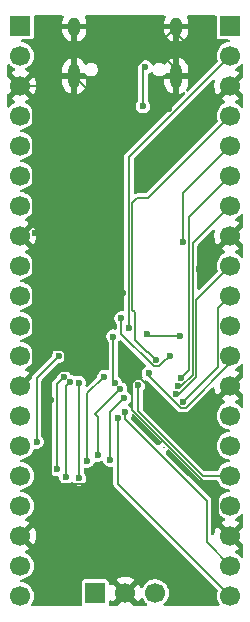
<source format=gbr>
%TF.GenerationSoftware,KiCad,Pcbnew,9.0.5*%
%TF.CreationDate,2025-12-09T16:25:25-06:00*%
%TF.ProjectId,KBoardV1,4b426f61-7264-4563-912e-6b696361645f,rev?*%
%TF.SameCoordinates,Original*%
%TF.FileFunction,Copper,L2,Bot*%
%TF.FilePolarity,Positive*%
%FSLAX46Y46*%
G04 Gerber Fmt 4.6, Leading zero omitted, Abs format (unit mm)*
G04 Created by KiCad (PCBNEW 9.0.5) date 2025-12-09 16:25:25*
%MOMM*%
%LPD*%
G01*
G04 APERTURE LIST*
%TA.AperFunction,ComponentPad*%
%ADD10C,1.700000*%
%TD*%
%TA.AperFunction,ComponentPad*%
%ADD11R,1.700000X1.700000*%
%TD*%
%TA.AperFunction,HeatsinkPad*%
%ADD12O,1.000000X1.600000*%
%TD*%
%TA.AperFunction,HeatsinkPad*%
%ADD13O,1.000000X2.100000*%
%TD*%
%TA.AperFunction,ViaPad*%
%ADD14C,0.600000*%
%TD*%
%TA.AperFunction,Conductor*%
%ADD15C,0.200000*%
%TD*%
G04 APERTURE END LIST*
D10*
%TO.P,J3,20,Pin_20*%
%TO.N,GPIO16*%
X73590000Y-74130000D03*
%TO.P,J3,19,Pin_19*%
%TO.N,GPIO17*%
X73590000Y-71590000D03*
%TO.P,J3,18,Pin_18*%
%TO.N,GND*%
X73590000Y-69050000D03*
%TO.P,J3,17,Pin_17*%
%TO.N,GPIO18*%
X73590000Y-66510000D03*
%TO.P,J3,16,Pin_16*%
%TO.N,GPIO19*%
X73590000Y-63970000D03*
%TO.P,J3,15,Pin_15*%
%TO.N,GPIO20*%
X73590000Y-61430000D03*
%TO.P,J3,14,Pin_14*%
%TO.N,GPIO21*%
X73590000Y-58890000D03*
%TO.P,J3,13,Pin_13*%
%TO.N,GND*%
X73590000Y-56350000D03*
%TO.P,J3,12,Pin_12*%
%TO.N,GPIO22*%
X73590000Y-53810000D03*
%TO.P,J3,11,Pin_11*%
%TO.N,RUN*%
X73590000Y-51270000D03*
%TO.P,J3,10,Pin_10*%
%TO.N,GPIO23*%
X73590000Y-48730000D03*
%TO.P,J3,9,Pin_9*%
%TO.N,GPIO24*%
X73590000Y-46190000D03*
%TO.P,J3,8,Pin_8*%
%TO.N,GND*%
X73590000Y-43650000D03*
%TO.P,J3,7,Pin_7*%
%TO.N,GPIO26_ADC0*%
X73590000Y-41110000D03*
%TO.P,J3,6,Pin_6*%
%TO.N,GPIO27_ADC1*%
X73590000Y-38570000D03*
%TO.P,J3,5,Pin_5*%
%TO.N,+3V3*%
X73590000Y-36030000D03*
%TO.P,J3,4,Pin_4*%
%TO.N,GPIO28_ADC2*%
X73590000Y-33490000D03*
%TO.P,J3,3,Pin_3*%
%TO.N,GND*%
X73590000Y-30950000D03*
%TO.P,J3,2,Pin_2*%
%TO.N,GPIO29_ADC3*%
X73590000Y-28410000D03*
D11*
%TO.P,J3,1,Pin_1*%
%TO.N,VBUS*%
X73590000Y-25870000D03*
%TD*%
%TO.P,J4,1,Pin_1*%
%TO.N,SWCLK*%
X62160000Y-73890000D03*
D10*
%TO.P,J4,2,Pin_2*%
%TO.N,GND*%
X64700000Y-73890000D03*
%TO.P,J4,3,Pin_3*%
%TO.N,SWD*%
X67240000Y-73890000D03*
%TD*%
D11*
%TO.P,J2,1,Pin_1*%
%TO.N,GPIO0*%
X55810000Y-25870000D03*
D10*
%TO.P,J2,2,Pin_2*%
%TO.N,GPIO1*%
X55810000Y-28410000D03*
%TO.P,J2,3,Pin_3*%
%TO.N,GND*%
X55810000Y-30950000D03*
%TO.P,J2,4,Pin_4*%
%TO.N,GPIO2*%
X55810000Y-33490000D03*
%TO.P,J2,5,Pin_5*%
%TO.N,GPIO3*%
X55810000Y-36030000D03*
%TO.P,J2,6,Pin_6*%
%TO.N,GPIO4*%
X55810000Y-38570000D03*
%TO.P,J2,7,Pin_7*%
%TO.N,GPIO5*%
X55810000Y-41110000D03*
%TO.P,J2,8,Pin_8*%
%TO.N,GND*%
X55810000Y-43650000D03*
%TO.P,J2,9,Pin_9*%
%TO.N,GPIO6*%
X55810000Y-46190000D03*
%TO.P,J2,10,Pin_10*%
%TO.N,GPIO7*%
X55810000Y-48730000D03*
%TO.P,J2,11,Pin_11*%
%TO.N,GPIO8*%
X55810000Y-51270000D03*
%TO.P,J2,12,Pin_12*%
%TO.N,GPIO9*%
X55810000Y-53810000D03*
%TO.P,J2,13,Pin_13*%
%TO.N,GND*%
X55810000Y-56350000D03*
%TO.P,J2,14,Pin_14*%
%TO.N,GPIO10*%
X55810000Y-58890000D03*
%TO.P,J2,15,Pin_15*%
%TO.N,GPIO11*%
X55810000Y-61430000D03*
%TO.P,J2,16,Pin_16*%
%TO.N,GPIO12*%
X55810000Y-63970000D03*
%TO.P,J2,17,Pin_17*%
%TO.N,GPIO13*%
X55810000Y-66510000D03*
%TO.P,J2,18,Pin_18*%
%TO.N,GND*%
X55810000Y-69050000D03*
%TO.P,J2,19,Pin_19*%
%TO.N,GPIO14*%
X55810000Y-71590000D03*
%TO.P,J2,20,Pin_20*%
%TO.N,GPIO15*%
X55810000Y-74130000D03*
%TD*%
D12*
%TO.P,J1,S1,SHIELD*%
%TO.N,GND*%
X60380000Y-25940000D03*
D13*
X60380000Y-30120000D03*
D12*
X69020000Y-25940000D03*
D13*
X69020000Y-30120000D03*
%TD*%
D14*
%TO.N,GND*%
X63000000Y-52900000D03*
X64500000Y-48500000D03*
X62213604Y-55213604D03*
X70901999Y-46452978D03*
X64600000Y-70100000D03*
X58900000Y-66800000D03*
X63700000Y-39000000D03*
X57295000Y-44500000D03*
X61000000Y-43300000D03*
X61300000Y-38100000D03*
X58100000Y-29200000D03*
X58200000Y-30400000D03*
X56746446Y-42753554D03*
X57100000Y-43400000D03*
X60300000Y-37300000D03*
X62900000Y-32300000D03*
X60700000Y-41700000D03*
X68396446Y-32896446D03*
X58399000Y-57600000D03*
X62700000Y-64500000D03*
X57400000Y-51800000D03*
X57200000Y-54600000D03*
X70600000Y-59300000D03*
X62000000Y-46700000D03*
X71400000Y-29000000D03*
%TO.N,Net-(J1-CC1)*%
X66400000Y-29400000D03*
X66200000Y-32700000D03*
%TO.N,+1V1*%
X63685786Y-52185786D03*
X66514500Y-51996125D03*
X69360589Y-52139411D03*
%TO.N,GPIO29_ADC3*%
X65000000Y-51471573D03*
%TO.N,+3V3*%
X68500000Y-53800000D03*
X64375637Y-50647385D03*
%TO.N,+1V1*%
X63804262Y-56103124D03*
%TO.N,SWCLK*%
X64268030Y-56642133D03*
%TO.N,SWD*%
X64600000Y-57400000D03*
%TO.N,GPIO16*%
X64100000Y-59100000D03*
%TO.N,GPIO17*%
X64700000Y-58600000D03*
%TO.N,GPIO19*%
X65787914Y-56300000D03*
%TO.N,GPIO22*%
X66700000Y-55300000D03*
%TO.N,GPIO23*%
X69600000Y-57700000D03*
%TO.N,GPIO24*%
X68978640Y-57064081D03*
%TO.N,GPIO26_ADC0*%
X69200000Y-56400000D03*
%TO.N,GPIO27_ADC1*%
X69400000Y-55700000D03*
%TO.N,+3V3*%
X69600000Y-44200000D03*
%TO.N,GPIO28_ADC2*%
X67307313Y-54203151D03*
%TO.N,GPIO15*%
X61500000Y-62700000D03*
%TO.N,GPIO14*%
X60743798Y-56100000D03*
X60800000Y-64200000D03*
%TO.N,GPIO13*%
X60046610Y-56037288D03*
X59700000Y-64100000D03*
%TO.N,GPIO12*%
X58900000Y-63400000D03*
X59500000Y-55600000D03*
%TO.N,GPIO11*%
X57200000Y-61100000D03*
X59100000Y-53800000D03*
%TO.N,SWD*%
X63400000Y-62600000D03*
%TO.N,GPIO15*%
X62900000Y-55600000D03*
%TO.N,SWCLK*%
X62400000Y-62200000D03*
%TD*%
D15*
%TO.N,*%
X67940000Y-61580000D02*
X67980062Y-61539938D01*
%TO.N,GND*%
X63000000Y-52900000D02*
X62213604Y-53686396D01*
X62213604Y-53686396D02*
X62213604Y-55213604D01*
X64500000Y-48500000D02*
X62700000Y-46700000D01*
X62700000Y-46700000D02*
X62000000Y-46700000D01*
X59307521Y-53299000D02*
X59601000Y-53592479D01*
X59601000Y-53592479D02*
X59601000Y-54790479D01*
X59601000Y-54790479D02*
X59292479Y-55099000D01*
X62213604Y-55213604D02*
X62099000Y-55099000D01*
X62099000Y-55099000D02*
X59292479Y-55099000D01*
X70901999Y-46452978D02*
X71000000Y-46354977D01*
X71000000Y-46354977D02*
X71000000Y-46240000D01*
X71000000Y-46240000D02*
X73590000Y-43650000D01*
X61300000Y-66800000D02*
X64600000Y-70100000D01*
X58900000Y-66800000D02*
X61300000Y-66800000D01*
X62800000Y-38100000D02*
X63700000Y-39000000D01*
X61300000Y-38100000D02*
X62800000Y-38100000D01*
X57295000Y-44500000D02*
X59800000Y-44500000D01*
X59800000Y-44500000D02*
X61000000Y-43300000D01*
X57650000Y-30950000D02*
X58200000Y-30400000D01*
X55810000Y-30950000D02*
X57650000Y-30950000D01*
X58100000Y-29200000D02*
X59020000Y-30120000D01*
X59020000Y-30120000D02*
X60380000Y-30120000D01*
X56746446Y-42753554D02*
X56861000Y-42639000D01*
X56861000Y-42639000D02*
X56861000Y-32001000D01*
X56861000Y-32001000D02*
X55810000Y-30950000D01*
X62900000Y-32300000D02*
X62560000Y-32300000D01*
X62560000Y-32300000D02*
X60380000Y-30120000D01*
X57100000Y-43400000D02*
X59000000Y-43400000D01*
X59000000Y-43400000D02*
X60700000Y-41700000D01*
X64694000Y-30266000D02*
X67230000Y-27730000D01*
X69020000Y-30120000D02*
X69020000Y-29520000D01*
X69020000Y-29520000D02*
X67230000Y-27730000D01*
X60380000Y-30120000D02*
X60526000Y-30266000D01*
X60526000Y-30266000D02*
X64694000Y-30266000D01*
X67230000Y-27730000D02*
X69020000Y-25940000D01*
X60380000Y-30120000D02*
X60380000Y-25940000D01*
X60380000Y-25940000D02*
X69020000Y-25940000D01*
X69020000Y-30120000D02*
X69020000Y-25940000D01*
X68396446Y-32896446D02*
X69020000Y-32272892D01*
X69020000Y-32272892D02*
X69020000Y-30120000D01*
X58399000Y-57600000D02*
X58399000Y-63987786D01*
X58399000Y-63987786D02*
X59112214Y-64701000D01*
X59112214Y-64701000D02*
X62499000Y-64701000D01*
X58399000Y-55992479D02*
X58399000Y-57600000D01*
X59292479Y-55099000D02*
X58399000Y-55992479D01*
X58501000Y-53299000D02*
X59307521Y-53299000D01*
X62499000Y-64701000D02*
X62700000Y-64500000D01*
X57200000Y-54600000D02*
X58501000Y-53299000D01*
X57400000Y-54400000D02*
X57400000Y-51800000D01*
X57200000Y-54600000D02*
X57400000Y-54400000D01*
X65286914Y-56092479D02*
X65286914Y-58421113D01*
X70600000Y-59300000D02*
X69496435Y-59300000D01*
X65995435Y-55799000D02*
X65580393Y-55799000D01*
X69496435Y-59300000D02*
X65995435Y-55799000D01*
X65580393Y-55799000D02*
X65286914Y-56092479D01*
X72539000Y-67999000D02*
X73590000Y-69050000D01*
X65286914Y-58421113D02*
X72539000Y-65673199D01*
X72539000Y-65673199D02*
X72539000Y-67999000D01*
X58860000Y-46700000D02*
X62000000Y-46700000D01*
X55810000Y-43650000D02*
X58860000Y-46700000D01*
X55810000Y-56350000D02*
X56861000Y-55299000D01*
X56861000Y-55299000D02*
X56861000Y-44701000D01*
X56861000Y-44701000D02*
X55810000Y-43650000D01*
X71400000Y-29000000D02*
X71400000Y-28900000D01*
X71400000Y-28900000D02*
X69020000Y-26520000D01*
X69020000Y-26520000D02*
X69020000Y-25940000D01*
%TO.N,Net-(J1-CC1)*%
X66200000Y-32700000D02*
X66200000Y-29600000D01*
X66200000Y-29600000D02*
X66400000Y-29400000D01*
%TO.N,+1V1*%
X63685786Y-55984648D02*
X63685786Y-52185786D01*
X63804262Y-56103124D02*
X63685786Y-55984648D01*
X66514500Y-51996125D02*
X66657786Y-52139411D01*
X66657786Y-52139411D02*
X69360589Y-52139411D01*
X63804262Y-56103124D02*
X63873899Y-56033487D01*
%TO.N,GPIO29_ADC3*%
X65000000Y-51100000D02*
X65000000Y-51471573D01*
%TO.N,+3V3*%
X68199103Y-54100897D02*
X68500000Y-53800000D01*
X68118088Y-54100897D02*
X68199103Y-54100897D01*
%TO.N,GPIO29_ADC3*%
X65000000Y-37000000D02*
X65000000Y-51100000D01*
%TO.N,+3V3*%
X64373899Y-50645647D02*
X64375637Y-50647385D01*
X64373899Y-50401760D02*
X64373899Y-50645647D01*
X64373899Y-51013051D02*
X64373899Y-50401760D01*
%TO.N,GPIO29_ADC3*%
X65000000Y-37000000D02*
X73590000Y-28410000D01*
%TO.N,GPIO28_ADC2*%
X73590000Y-33490000D02*
X66614214Y-40465786D01*
X66614214Y-40465786D02*
X65734214Y-40465786D01*
X65734214Y-40465786D02*
X65301000Y-40899000D01*
X65301000Y-49901000D02*
X65500000Y-50100000D01*
X65500000Y-52500000D02*
X66510052Y-53510052D01*
X66510052Y-53510052D02*
X66614214Y-53510052D01*
X65301000Y-40899000D02*
X65301000Y-49901000D01*
X65500000Y-50100000D02*
X65500000Y-52500000D01*
X66614214Y-53510052D02*
X67307313Y-54203151D01*
%TO.N,+3V3*%
X67099792Y-54704151D02*
X67514834Y-54704151D01*
X64373899Y-51013051D02*
X64373899Y-51978258D01*
X64373899Y-51978258D02*
X67099792Y-54704151D01*
X67514834Y-54704151D02*
X68118088Y-54100897D01*
%TO.N,SWCLK*%
X62160000Y-58750163D02*
X64268030Y-56642133D01*
%TO.N,GPIO16*%
X64100000Y-64640000D02*
X64100000Y-59100000D01*
X73590000Y-74130000D02*
X64100000Y-64640000D01*
%TO.N,GPIO17*%
X64700000Y-59200000D02*
X64700000Y-58600000D01*
X71600000Y-66100000D02*
X64700000Y-59200000D01*
X73590000Y-71590000D02*
X71600000Y-69600000D01*
X71600000Y-69600000D02*
X71600000Y-66100000D01*
%TO.N,GPIO18*%
X73590000Y-66510000D02*
X72910000Y-66510000D01*
%TO.N,GPIO19*%
X65787914Y-58496435D02*
X65787914Y-56300000D01*
X71261479Y-63970000D02*
X65787914Y-58496435D01*
X73590000Y-63970000D02*
X71261479Y-63970000D01*
%TO.N,GPIO22*%
X69392479Y-58201000D02*
X66700000Y-55508521D01*
X73590000Y-53810000D02*
X73590000Y-54418521D01*
X66700000Y-55508521D02*
X66700000Y-55300000D01*
X69807521Y-58201000D02*
X69392479Y-58201000D01*
X73590000Y-54418521D02*
X69807521Y-58201000D01*
%TO.N,GPIO23*%
X72539000Y-54761000D02*
X69600000Y-57700000D01*
X72539000Y-49781000D02*
X72539000Y-54761000D01*
X73590000Y-48730000D02*
X72539000Y-49781000D01*
%TO.N,GPIO24*%
X70703000Y-49077000D02*
X70703000Y-55605521D01*
X70703000Y-55605521D02*
X69244440Y-57064081D01*
X69244440Y-57064081D02*
X68978640Y-57064081D01*
X73590000Y-46190000D02*
X70703000Y-49077000D01*
%TO.N,GPIO26_ADC0*%
X70402000Y-44298000D02*
X70402000Y-55406521D01*
X69408521Y-56400000D02*
X69200000Y-56400000D01*
X70402000Y-55406521D02*
X69408521Y-56400000D01*
X73590000Y-41110000D02*
X70402000Y-44298000D01*
%TO.N,GPIO27_ADC1*%
X70101000Y-54999000D02*
X69400000Y-55700000D01*
X70101000Y-42059000D02*
X70101000Y-54999000D01*
X73590000Y-38570000D02*
X70101000Y-42059000D01*
%TO.N,+3V3*%
X73590000Y-36030000D02*
X69600000Y-40020000D01*
X69600000Y-40020000D02*
X69600000Y-44200000D01*
%TO.N,GPIO15*%
X61500000Y-57000000D02*
X62900000Y-55600000D01*
X61500000Y-62700000D02*
X61500000Y-57000000D01*
%TO.N,GPIO14*%
X60800000Y-56156202D02*
X60743798Y-56100000D01*
X60800000Y-64200000D02*
X60800000Y-56156202D01*
%TO.N,GPIO13*%
X59700000Y-64100000D02*
X59700000Y-56383898D01*
X59700000Y-56383898D02*
X60046610Y-56037288D01*
%TO.N,GPIO12*%
X58900000Y-56200000D02*
X59500000Y-55600000D01*
X58900000Y-63400000D02*
X58900000Y-56200000D01*
%TO.N,GPIO11*%
X57200000Y-55700000D02*
X59100000Y-53800000D01*
X57200000Y-61100000D02*
X57200000Y-55700000D01*
%TO.N,SWD*%
X63400000Y-58600000D02*
X64600000Y-57400000D01*
X63400000Y-62600000D02*
X63400000Y-58600000D01*
%TO.N,SWCLK*%
X62400000Y-62200000D02*
X62400000Y-58990163D01*
X62400000Y-58990163D02*
X62160000Y-58750163D01*
%TD*%
%TA.AperFunction,Conductor*%
%TO.N,GND*%
G36*
X59443956Y-25020185D02*
G01*
X59489711Y-25072989D01*
X59499655Y-25142147D01*
X59491478Y-25171952D01*
X59418430Y-25348306D01*
X59418427Y-25348318D01*
X59380000Y-25541504D01*
X59380000Y-25690000D01*
X60080000Y-25690000D01*
X60080000Y-26190000D01*
X59380000Y-26190000D01*
X59380000Y-26338495D01*
X59418427Y-26531681D01*
X59418430Y-26531693D01*
X59493807Y-26713671D01*
X59493814Y-26713684D01*
X59603248Y-26877462D01*
X59603251Y-26877466D01*
X59742533Y-27016748D01*
X59742537Y-27016751D01*
X59906315Y-27126185D01*
X59906328Y-27126192D01*
X60088308Y-27201569D01*
X60130000Y-27209862D01*
X60130000Y-26406988D01*
X60139940Y-26424205D01*
X60195795Y-26480060D01*
X60264204Y-26519556D01*
X60340504Y-26540000D01*
X60419496Y-26540000D01*
X60495796Y-26519556D01*
X60564205Y-26480060D01*
X60620060Y-26424205D01*
X60630000Y-26406988D01*
X60630000Y-27209862D01*
X60671690Y-27201569D01*
X60671692Y-27201569D01*
X60853671Y-27126192D01*
X60853684Y-27126185D01*
X61017462Y-27016751D01*
X61017466Y-27016748D01*
X61156748Y-26877466D01*
X61156751Y-26877462D01*
X61266185Y-26713684D01*
X61266192Y-26713671D01*
X61341569Y-26531693D01*
X61341572Y-26531681D01*
X61379999Y-26338495D01*
X61380000Y-26338492D01*
X61380000Y-26190000D01*
X60680000Y-26190000D01*
X60680000Y-25690000D01*
X61380000Y-25690000D01*
X61380000Y-25541508D01*
X61379999Y-25541504D01*
X61341572Y-25348318D01*
X61341569Y-25348306D01*
X61268522Y-25171952D01*
X61261053Y-25102483D01*
X61292329Y-25040004D01*
X61352418Y-25004352D01*
X61383083Y-25000500D01*
X68016917Y-25000500D01*
X68083956Y-25020185D01*
X68129711Y-25072989D01*
X68139655Y-25142147D01*
X68131478Y-25171952D01*
X68058430Y-25348306D01*
X68058427Y-25348318D01*
X68020000Y-25541504D01*
X68020000Y-25690000D01*
X68720000Y-25690000D01*
X68720000Y-26190000D01*
X68020000Y-26190000D01*
X68020000Y-26338495D01*
X68058427Y-26531681D01*
X68058430Y-26531693D01*
X68133807Y-26713671D01*
X68133814Y-26713684D01*
X68243248Y-26877462D01*
X68243251Y-26877466D01*
X68382533Y-27016748D01*
X68382537Y-27016751D01*
X68546315Y-27126185D01*
X68546328Y-27126192D01*
X68728308Y-27201569D01*
X68770000Y-27209862D01*
X68770000Y-26406988D01*
X68779940Y-26424205D01*
X68835795Y-26480060D01*
X68904204Y-26519556D01*
X68980504Y-26540000D01*
X69059496Y-26540000D01*
X69135796Y-26519556D01*
X69204205Y-26480060D01*
X69260060Y-26424205D01*
X69270000Y-26406988D01*
X69270000Y-27209862D01*
X69311690Y-27201569D01*
X69311692Y-27201569D01*
X69493671Y-27126192D01*
X69493684Y-27126185D01*
X69657462Y-27016751D01*
X69657466Y-27016748D01*
X69796748Y-26877466D01*
X69796751Y-26877462D01*
X69906185Y-26713684D01*
X69906192Y-26713671D01*
X69981569Y-26531693D01*
X69981572Y-26531681D01*
X70019999Y-26338495D01*
X70020000Y-26338492D01*
X70020000Y-26190000D01*
X69320000Y-26190000D01*
X69320000Y-25690000D01*
X70020000Y-25690000D01*
X70020000Y-25541508D01*
X70019999Y-25541504D01*
X69981572Y-25348318D01*
X69981569Y-25348306D01*
X69908522Y-25171952D01*
X69901053Y-25102483D01*
X69932329Y-25040004D01*
X69992418Y-25004352D01*
X70023083Y-25000500D01*
X72315500Y-25000500D01*
X72382539Y-25020185D01*
X72428294Y-25072989D01*
X72439500Y-25124500D01*
X72439500Y-26764856D01*
X72439502Y-26764882D01*
X72442413Y-26789987D01*
X72442415Y-26789991D01*
X72487793Y-26892764D01*
X72487794Y-26892765D01*
X72567235Y-26972206D01*
X72670009Y-27017585D01*
X72695135Y-27020500D01*
X73432873Y-27020499D01*
X73499910Y-27040183D01*
X73545665Y-27092987D01*
X73555609Y-27162146D01*
X73526584Y-27225702D01*
X73467806Y-27263476D01*
X73452270Y-27266972D01*
X73320589Y-27287829D01*
X73148363Y-27343787D01*
X73148360Y-27343788D01*
X72987002Y-27426006D01*
X72840505Y-27532441D01*
X72840500Y-27532445D01*
X72712445Y-27660500D01*
X72712441Y-27660505D01*
X72606006Y-27807002D01*
X72523788Y-27968360D01*
X72523787Y-27968363D01*
X72467829Y-28140589D01*
X72439500Y-28319448D01*
X72439500Y-28500551D01*
X72467829Y-28679412D01*
X72514575Y-28823283D01*
X72516570Y-28893124D01*
X72484325Y-28949281D01*
X70023705Y-31409901D01*
X69962382Y-31443386D01*
X69892690Y-31438402D01*
X69836757Y-31396530D01*
X69812340Y-31331066D01*
X69827192Y-31262793D01*
X69832922Y-31253329D01*
X69906185Y-31143683D01*
X69906192Y-31143671D01*
X69981569Y-30961693D01*
X69981572Y-30961681D01*
X70019999Y-30768495D01*
X70020000Y-30768492D01*
X70020000Y-30370000D01*
X69320000Y-30370000D01*
X69320000Y-29870000D01*
X70020000Y-29870000D01*
X70020000Y-29471508D01*
X70019999Y-29471504D01*
X69981572Y-29278318D01*
X69981569Y-29278306D01*
X69906192Y-29096328D01*
X69906185Y-29096315D01*
X69796751Y-28932537D01*
X69796748Y-28932533D01*
X69657466Y-28793251D01*
X69657462Y-28793248D01*
X69493684Y-28683814D01*
X69493671Y-28683807D01*
X69311691Y-28608429D01*
X69311683Y-28608427D01*
X69270000Y-28600135D01*
X69270000Y-29403011D01*
X69260060Y-29385795D01*
X69204205Y-29329940D01*
X69135796Y-29290444D01*
X69059496Y-29270000D01*
X68980504Y-29270000D01*
X68904204Y-29290444D01*
X68835795Y-29329940D01*
X68779940Y-29385795D01*
X68770000Y-29403011D01*
X68770000Y-28600136D01*
X68769999Y-28600135D01*
X68728316Y-28608427D01*
X68728308Y-28608429D01*
X68546328Y-28683807D01*
X68546315Y-28683814D01*
X68382537Y-28793248D01*
X68382533Y-28793251D01*
X68243248Y-28932536D01*
X68130427Y-29101387D01*
X68129003Y-29100435D01*
X68085742Y-29144451D01*
X68017600Y-29159892D01*
X67951927Y-29136041D01*
X67949907Y-29134306D01*
X67949811Y-29134432D01*
X67943367Y-29129487D01*
X67943365Y-29129485D01*
X67877750Y-29091602D01*
X67812136Y-29053719D01*
X67728398Y-29031282D01*
X67665766Y-29014500D01*
X67514234Y-29014500D01*
X67367863Y-29053719D01*
X67236635Y-29129485D01*
X67160605Y-29205515D01*
X67099281Y-29238999D01*
X67029590Y-29234015D01*
X66973656Y-29192143D01*
X66963941Y-29175080D01*
X66963641Y-29175254D01*
X66880524Y-29031290D01*
X66880518Y-29031282D01*
X66768717Y-28919481D01*
X66768709Y-28919475D01*
X66631790Y-28840426D01*
X66631786Y-28840424D01*
X66631784Y-28840423D01*
X66479057Y-28799500D01*
X66320943Y-28799500D01*
X66168216Y-28840423D01*
X66168209Y-28840426D01*
X66031290Y-28919475D01*
X66031282Y-28919481D01*
X65919481Y-29031282D01*
X65919475Y-29031290D01*
X65840426Y-29168209D01*
X65840423Y-29168216D01*
X65799500Y-29320943D01*
X65799500Y-29479061D01*
X65800041Y-29481078D01*
X65800041Y-29483163D01*
X65800561Y-29487113D01*
X65800041Y-29487181D01*
X65800041Y-29539143D01*
X65800561Y-29539212D01*
X65800041Y-29543155D01*
X65800042Y-29545244D01*
X65799501Y-29547262D01*
X65799500Y-29547273D01*
X65799500Y-32199902D01*
X65779815Y-32266941D01*
X65763181Y-32287583D01*
X65719481Y-32331282D01*
X65719475Y-32331290D01*
X65640426Y-32468209D01*
X65640423Y-32468216D01*
X65599500Y-32620943D01*
X65599500Y-32779056D01*
X65640423Y-32931783D01*
X65640426Y-32931790D01*
X65719475Y-33068709D01*
X65719479Y-33068714D01*
X65719480Y-33068716D01*
X65831284Y-33180520D01*
X65831286Y-33180521D01*
X65831290Y-33180524D01*
X65968209Y-33259573D01*
X65968216Y-33259577D01*
X66120943Y-33300500D01*
X66120945Y-33300500D01*
X66279055Y-33300500D01*
X66279057Y-33300500D01*
X66431784Y-33259577D01*
X66568716Y-33180520D01*
X66680520Y-33068716D01*
X66759577Y-32931784D01*
X66800500Y-32779057D01*
X66800500Y-32620943D01*
X66759577Y-32468216D01*
X66714959Y-32390934D01*
X66680524Y-32331290D01*
X66680518Y-32331282D01*
X66636819Y-32287583D01*
X66603334Y-32226260D01*
X66600500Y-32199902D01*
X66600500Y-30049230D01*
X66620185Y-29982191D01*
X66662499Y-29941843D01*
X66768716Y-29880520D01*
X66860165Y-29789070D01*
X66921484Y-29755588D01*
X66991176Y-29760572D01*
X67047110Y-29802443D01*
X67055230Y-29814753D01*
X67090038Y-29875042D01*
X67129485Y-29943365D01*
X67236635Y-30050515D01*
X67367865Y-30126281D01*
X67514234Y-30165500D01*
X67514236Y-30165500D01*
X67665764Y-30165500D01*
X67665766Y-30165500D01*
X67812135Y-30126281D01*
X67943365Y-30050515D01*
X68050515Y-29943365D01*
X68057077Y-29932000D01*
X68107644Y-29883784D01*
X68164464Y-29870000D01*
X68720000Y-29870000D01*
X68720000Y-30370000D01*
X68020000Y-30370000D01*
X68020000Y-30768495D01*
X68058427Y-30961681D01*
X68058430Y-30961693D01*
X68133807Y-31143671D01*
X68133814Y-31143684D01*
X68243248Y-31307462D01*
X68243251Y-31307466D01*
X68382533Y-31446748D01*
X68382537Y-31446751D01*
X68546315Y-31556185D01*
X68546328Y-31556192D01*
X68728308Y-31631569D01*
X68770000Y-31639862D01*
X68770000Y-30836988D01*
X68779940Y-30854205D01*
X68835795Y-30910060D01*
X68904204Y-30949556D01*
X68980504Y-30970000D01*
X69059496Y-30970000D01*
X69135796Y-30949556D01*
X69204205Y-30910060D01*
X69260060Y-30854205D01*
X69270000Y-30836988D01*
X69270000Y-31639862D01*
X69311690Y-31631569D01*
X69311692Y-31631569D01*
X69493671Y-31556192D01*
X69493683Y-31556185D01*
X69603329Y-31482922D01*
X69670006Y-31462044D01*
X69737386Y-31480528D01*
X69784077Y-31532507D01*
X69795253Y-31601477D01*
X69767368Y-31665540D01*
X69759901Y-31673705D01*
X64679522Y-36754084D01*
X64679518Y-36754090D01*
X64626792Y-36845412D01*
X64626793Y-36845413D01*
X64599500Y-36947273D01*
X64599500Y-49885981D01*
X64579815Y-49953020D01*
X64527011Y-49998775D01*
X64457853Y-50008719D01*
X64443410Y-50005757D01*
X64436054Y-50003786D01*
X64426626Y-50001260D01*
X64321172Y-50001260D01*
X64219312Y-50028553D01*
X64219309Y-50028554D01*
X64127990Y-50081277D01*
X64127982Y-50081283D01*
X64102407Y-50106857D01*
X64076730Y-50126559D01*
X64006927Y-50166860D01*
X64006918Y-50166867D01*
X63895118Y-50278667D01*
X63895112Y-50278675D01*
X63816063Y-50415594D01*
X63816060Y-50415601D01*
X63775137Y-50568328D01*
X63775137Y-50726441D01*
X63816060Y-50879168D01*
X63816063Y-50879175D01*
X63895112Y-51016094D01*
X63895118Y-51016102D01*
X63937080Y-51058064D01*
X63970565Y-51119387D01*
X63973399Y-51145745D01*
X63973399Y-51479568D01*
X63953714Y-51546607D01*
X63900910Y-51592362D01*
X63831752Y-51602306D01*
X63817307Y-51599343D01*
X63764844Y-51585286D01*
X63764843Y-51585286D01*
X63606729Y-51585286D01*
X63454002Y-51626209D01*
X63453995Y-51626212D01*
X63317076Y-51705261D01*
X63317068Y-51705267D01*
X63205267Y-51817068D01*
X63205261Y-51817076D01*
X63126212Y-51953995D01*
X63126209Y-51954002D01*
X63085286Y-52106729D01*
X63085286Y-52264843D01*
X63126198Y-52417527D01*
X63126209Y-52417569D01*
X63126212Y-52417576D01*
X63205261Y-52554495D01*
X63205267Y-52554503D01*
X63248967Y-52598203D01*
X63282452Y-52659526D01*
X63285286Y-52685884D01*
X63285286Y-54919954D01*
X63265601Y-54986993D01*
X63212797Y-55032748D01*
X63143639Y-55042692D01*
X63129197Y-55039729D01*
X62979057Y-54999500D01*
X62820943Y-54999500D01*
X62668216Y-55040423D01*
X62668209Y-55040426D01*
X62531290Y-55119475D01*
X62531282Y-55119481D01*
X62419481Y-55231282D01*
X62419475Y-55231290D01*
X62340426Y-55368209D01*
X62340423Y-55368216D01*
X62299500Y-55520943D01*
X62299500Y-55582745D01*
X62279815Y-55649784D01*
X62263181Y-55670426D01*
X61521365Y-56412241D01*
X61460042Y-56445726D01*
X61390350Y-56440742D01*
X61334417Y-56398870D01*
X61310000Y-56333406D01*
X61313908Y-56292472D01*
X61344298Y-56179057D01*
X61344298Y-56020943D01*
X61303375Y-55868216D01*
X61275235Y-55819475D01*
X61224322Y-55731290D01*
X61224316Y-55731282D01*
X61112514Y-55619480D01*
X61112507Y-55619475D01*
X60975588Y-55540426D01*
X60975584Y-55540424D01*
X60975582Y-55540423D01*
X60822855Y-55499500D01*
X60664741Y-55499500D01*
X60512017Y-55540422D01*
X60512015Y-55540422D01*
X60512014Y-55540423D01*
X60512011Y-55540424D01*
X60512008Y-55540426D01*
X60511508Y-55540715D01*
X60511032Y-55540830D01*
X60504508Y-55543533D01*
X60504086Y-55542514D01*
X60443607Y-55557183D01*
X60387516Y-55540712D01*
X60278394Y-55477711D01*
X60278395Y-55477711D01*
X60190228Y-55454087D01*
X60142340Y-55441255D01*
X60082681Y-55404891D01*
X60063818Y-55375151D01*
X60063641Y-55375254D01*
X60061183Y-55370997D01*
X60059872Y-55368930D01*
X60059579Y-55368224D01*
X60059577Y-55368216D01*
X60038258Y-55331290D01*
X59980524Y-55231290D01*
X59980518Y-55231282D01*
X59868717Y-55119481D01*
X59868709Y-55119475D01*
X59731790Y-55040426D01*
X59731786Y-55040424D01*
X59731784Y-55040423D01*
X59579057Y-54999500D01*
X59420943Y-54999500D01*
X59268216Y-55040423D01*
X59268209Y-55040426D01*
X59131290Y-55119475D01*
X59131282Y-55119481D01*
X59019481Y-55231282D01*
X59019475Y-55231290D01*
X58940426Y-55368209D01*
X58940423Y-55368216D01*
X58899500Y-55520943D01*
X58899500Y-55582745D01*
X58879815Y-55649784D01*
X58863181Y-55670426D01*
X58579522Y-55954084D01*
X58579520Y-55954087D01*
X58528190Y-56042993D01*
X58526793Y-56045412D01*
X58516840Y-56082559D01*
X58505900Y-56123388D01*
X58499500Y-56147274D01*
X58499500Y-62899902D01*
X58479815Y-62966941D01*
X58463181Y-62987583D01*
X58419481Y-63031282D01*
X58419475Y-63031290D01*
X58340426Y-63168209D01*
X58340423Y-63168216D01*
X58299500Y-63320943D01*
X58299500Y-63479057D01*
X58331881Y-63599902D01*
X58340423Y-63631783D01*
X58340426Y-63631790D01*
X58419475Y-63768709D01*
X58419479Y-63768714D01*
X58419480Y-63768716D01*
X58531284Y-63880520D01*
X58531286Y-63880521D01*
X58531290Y-63880524D01*
X58668209Y-63959573D01*
X58668216Y-63959577D01*
X58820943Y-64000500D01*
X58820945Y-64000500D01*
X58975500Y-64000500D01*
X59042539Y-64020185D01*
X59088294Y-64072989D01*
X59099500Y-64124500D01*
X59099500Y-64179057D01*
X59129356Y-64290479D01*
X59140423Y-64331783D01*
X59140426Y-64331790D01*
X59219475Y-64468709D01*
X59219479Y-64468714D01*
X59219480Y-64468716D01*
X59331284Y-64580520D01*
X59331286Y-64580521D01*
X59331290Y-64580524D01*
X59468209Y-64659573D01*
X59468216Y-64659577D01*
X59620943Y-64700500D01*
X59620945Y-64700500D01*
X59779055Y-64700500D01*
X59779057Y-64700500D01*
X59931784Y-64659577D01*
X60068716Y-64580520D01*
X60117747Y-64531488D01*
X60179068Y-64498004D01*
X60248759Y-64502988D01*
X60304693Y-64544859D01*
X60312815Y-64557172D01*
X60319477Y-64568712D01*
X60319479Y-64568715D01*
X60319480Y-64568716D01*
X60431284Y-64680520D01*
X60431286Y-64680521D01*
X60431290Y-64680524D01*
X60558203Y-64753796D01*
X60568216Y-64759577D01*
X60720943Y-64800500D01*
X60720945Y-64800500D01*
X60879055Y-64800500D01*
X60879057Y-64800500D01*
X61031784Y-64759577D01*
X61168716Y-64680520D01*
X61280520Y-64568716D01*
X61359577Y-64431784D01*
X61400500Y-64279057D01*
X61400500Y-64120943D01*
X61359577Y-63968216D01*
X61328193Y-63913857D01*
X61280524Y-63831290D01*
X61280518Y-63831282D01*
X61236819Y-63787583D01*
X61203334Y-63726260D01*
X61200500Y-63699902D01*
X61200500Y-63403032D01*
X61220185Y-63335993D01*
X61272989Y-63290238D01*
X61342147Y-63280294D01*
X61356581Y-63283254D01*
X61420943Y-63300500D01*
X61420946Y-63300500D01*
X61579055Y-63300500D01*
X61579057Y-63300500D01*
X61731784Y-63259577D01*
X61868716Y-63180520D01*
X61980520Y-63068716D01*
X62059577Y-62931784D01*
X62077813Y-62863724D01*
X62114177Y-62804067D01*
X62177023Y-62773537D01*
X62229674Y-62776044D01*
X62320943Y-62800500D01*
X62320946Y-62800500D01*
X62479055Y-62800500D01*
X62479057Y-62800500D01*
X62631784Y-62759577D01*
X62655765Y-62745731D01*
X62723663Y-62729258D01*
X62789691Y-62752110D01*
X62832882Y-62807030D01*
X62837539Y-62821022D01*
X62840423Y-62831784D01*
X62840424Y-62831787D01*
X62840426Y-62831790D01*
X62919475Y-62968709D01*
X62919479Y-62968714D01*
X62919480Y-62968716D01*
X63031284Y-63080520D01*
X63031286Y-63080521D01*
X63031290Y-63080524D01*
X63051942Y-63092447D01*
X63168216Y-63159577D01*
X63320943Y-63200500D01*
X63320945Y-63200500D01*
X63479054Y-63200500D01*
X63479057Y-63200500D01*
X63543408Y-63183257D01*
X63613256Y-63184920D01*
X63671119Y-63224082D01*
X63698623Y-63288311D01*
X63699500Y-63303032D01*
X63699500Y-64587273D01*
X63699500Y-64692727D01*
X63706674Y-64719500D01*
X63726793Y-64794589D01*
X63730206Y-64800500D01*
X63779520Y-64885913D01*
X68146741Y-69253134D01*
X72484325Y-73590717D01*
X72517810Y-73652040D01*
X72514575Y-73716715D01*
X72467829Y-73860587D01*
X72439500Y-74039448D01*
X72439500Y-74220551D01*
X72467829Y-74399410D01*
X72523787Y-74571636D01*
X72523788Y-74571639D01*
X72606003Y-74732993D01*
X72656586Y-74802615D01*
X72680065Y-74868422D01*
X72664239Y-74936476D01*
X72614133Y-74985170D01*
X72556267Y-74999500D01*
X68051887Y-74999500D01*
X67984848Y-74979815D01*
X67939093Y-74927011D01*
X67929149Y-74857853D01*
X67958174Y-74794297D01*
X67979002Y-74775182D01*
X67989494Y-74767558D01*
X67989492Y-74767558D01*
X67989501Y-74767553D01*
X68117553Y-74639501D01*
X68223996Y-74492994D01*
X68306211Y-74331639D01*
X68362171Y-74159409D01*
X68381171Y-74039448D01*
X68390500Y-73980551D01*
X68390500Y-73799448D01*
X68372905Y-73688361D01*
X68362171Y-73620591D01*
X68306211Y-73448361D01*
X68306211Y-73448360D01*
X68267191Y-73371780D01*
X68223996Y-73287006D01*
X68198883Y-73252441D01*
X68117558Y-73140505D01*
X68117554Y-73140500D01*
X67989499Y-73012445D01*
X67989494Y-73012441D01*
X67842997Y-72906006D01*
X67842996Y-72906005D01*
X67842994Y-72906004D01*
X67766906Y-72867235D01*
X67681639Y-72823788D01*
X67681636Y-72823787D01*
X67509410Y-72767829D01*
X67330551Y-72739500D01*
X67330546Y-72739500D01*
X67149454Y-72739500D01*
X67149449Y-72739500D01*
X66970589Y-72767829D01*
X66798363Y-72823787D01*
X66798360Y-72823788D01*
X66637002Y-72906006D01*
X66490505Y-73012441D01*
X66490500Y-73012445D01*
X66362445Y-73140500D01*
X66362441Y-73140505D01*
X66256004Y-73287004D01*
X66188908Y-73418685D01*
X66140933Y-73469480D01*
X66073112Y-73486275D01*
X66006977Y-73463737D01*
X65963527Y-73409021D01*
X65960492Y-73400705D01*
X65951094Y-73371780D01*
X65854624Y-73182449D01*
X65815270Y-73128282D01*
X65815269Y-73128282D01*
X65182962Y-73760590D01*
X65165925Y-73697007D01*
X65100099Y-73582993D01*
X65007007Y-73489901D01*
X64892993Y-73424075D01*
X64829409Y-73407037D01*
X65461716Y-72774728D01*
X65407550Y-72735375D01*
X65218217Y-72638904D01*
X65016129Y-72573242D01*
X64806246Y-72540000D01*
X64593754Y-72540000D01*
X64383872Y-72573242D01*
X64383869Y-72573242D01*
X64181782Y-72638904D01*
X63992439Y-72735380D01*
X63938282Y-72774727D01*
X63938282Y-72774728D01*
X64570591Y-73407037D01*
X64507007Y-73424075D01*
X64392993Y-73489901D01*
X64299901Y-73582993D01*
X64234075Y-73697007D01*
X64217037Y-73760591D01*
X63584728Y-73128282D01*
X63584727Y-73128282D01*
X63545380Y-73182440D01*
X63545377Y-73182445D01*
X63544981Y-73183223D01*
X63544752Y-73183464D01*
X63542838Y-73186590D01*
X63542180Y-73186187D01*
X63497004Y-73234017D01*
X63429183Y-73250809D01*
X63363049Y-73228268D01*
X63319600Y-73173551D01*
X63310499Y-73126923D01*
X63310499Y-72995143D01*
X63310499Y-72995136D01*
X63310497Y-72995117D01*
X63307586Y-72970012D01*
X63307585Y-72970011D01*
X63307585Y-72970009D01*
X63262206Y-72867235D01*
X63182765Y-72787794D01*
X63182763Y-72787793D01*
X63079992Y-72742415D01*
X63054865Y-72739500D01*
X61265143Y-72739500D01*
X61265117Y-72739502D01*
X61240012Y-72742413D01*
X61240008Y-72742415D01*
X61137235Y-72787793D01*
X61057794Y-72867234D01*
X61012415Y-72970006D01*
X61012415Y-72970008D01*
X61009500Y-72995131D01*
X61009500Y-74784856D01*
X61009502Y-74784882D01*
X61012413Y-74809986D01*
X61012414Y-74809990D01*
X61012415Y-74809991D01*
X61019225Y-74825415D01*
X61028297Y-74894690D01*
X60998475Y-74957876D01*
X60939226Y-74994907D01*
X60905791Y-74999500D01*
X56843733Y-74999500D01*
X56776694Y-74979815D01*
X56730939Y-74927011D01*
X56720995Y-74857853D01*
X56743414Y-74802615D01*
X56768887Y-74767554D01*
X56793996Y-74732994D01*
X56876211Y-74571639D01*
X56932171Y-74399409D01*
X56956856Y-74243554D01*
X56960500Y-74220551D01*
X56960500Y-74039448D01*
X56944019Y-73935397D01*
X56932171Y-73860591D01*
X56885424Y-73716715D01*
X56876212Y-73688363D01*
X56876211Y-73688360D01*
X56841679Y-73620589D01*
X56793996Y-73527006D01*
X56736859Y-73448363D01*
X56687558Y-73380505D01*
X56687554Y-73380500D01*
X56559499Y-73252445D01*
X56559494Y-73252441D01*
X56412997Y-73146006D01*
X56412996Y-73146005D01*
X56412994Y-73146004D01*
X56361300Y-73119664D01*
X56251639Y-73063788D01*
X56251636Y-73063787D01*
X56079410Y-73007829D01*
X55919321Y-72982473D01*
X55856186Y-72952544D01*
X55819255Y-72893232D01*
X55820253Y-72823370D01*
X55858863Y-72765137D01*
X55919321Y-72737527D01*
X55989425Y-72726422D01*
X56079409Y-72712171D01*
X56251639Y-72656211D01*
X56412994Y-72573996D01*
X56559501Y-72467553D01*
X56687553Y-72339501D01*
X56793996Y-72192994D01*
X56876211Y-72031639D01*
X56932171Y-71859409D01*
X56946765Y-71767259D01*
X56960500Y-71680551D01*
X56960500Y-71499448D01*
X56944019Y-71395397D01*
X56932171Y-71320591D01*
X56876211Y-71148361D01*
X56876211Y-71148360D01*
X56826459Y-71050718D01*
X56793996Y-70987006D01*
X56731401Y-70900851D01*
X56687558Y-70840505D01*
X56687554Y-70840500D01*
X56559499Y-70712445D01*
X56559494Y-70712441D01*
X56412995Y-70606004D01*
X56281314Y-70538908D01*
X56230519Y-70490934D01*
X56213724Y-70423113D01*
X56236262Y-70356978D01*
X56290977Y-70313527D01*
X56299295Y-70310492D01*
X56328217Y-70301095D01*
X56517554Y-70204622D01*
X56571716Y-70165270D01*
X56571717Y-70165270D01*
X55939409Y-69532962D01*
X56002993Y-69515925D01*
X56117007Y-69450099D01*
X56210099Y-69357007D01*
X56275925Y-69242993D01*
X56292962Y-69179408D01*
X56925270Y-69811717D01*
X56925270Y-69811716D01*
X56964622Y-69757554D01*
X57061095Y-69568217D01*
X57126757Y-69366130D01*
X57126757Y-69366127D01*
X57160000Y-69156246D01*
X57160000Y-68943753D01*
X57126757Y-68733872D01*
X57126757Y-68733869D01*
X57061095Y-68531782D01*
X56964624Y-68342449D01*
X56925270Y-68288282D01*
X56925269Y-68288282D01*
X56292962Y-68920590D01*
X56275925Y-68857007D01*
X56210099Y-68742993D01*
X56117007Y-68649901D01*
X56002993Y-68584075D01*
X55939407Y-68567036D01*
X56571716Y-67934728D01*
X56517550Y-67895375D01*
X56328217Y-67798904D01*
X56299292Y-67789506D01*
X56241616Y-67750068D01*
X56214418Y-67685710D01*
X56226333Y-67616863D01*
X56273577Y-67565388D01*
X56281315Y-67561090D01*
X56412994Y-67493996D01*
X56559501Y-67387553D01*
X56687553Y-67259501D01*
X56793996Y-67112994D01*
X56876211Y-66951639D01*
X56932171Y-66779409D01*
X56946765Y-66687259D01*
X56960500Y-66600551D01*
X56960500Y-66419448D01*
X56936178Y-66265892D01*
X56932171Y-66240591D01*
X56876211Y-66068361D01*
X56876211Y-66068360D01*
X56813565Y-65945413D01*
X56793996Y-65907006D01*
X56731401Y-65820851D01*
X56687558Y-65760505D01*
X56687554Y-65760500D01*
X56559499Y-65632445D01*
X56559494Y-65632441D01*
X56412997Y-65526006D01*
X56412996Y-65526005D01*
X56412994Y-65526004D01*
X56361300Y-65499664D01*
X56251639Y-65443788D01*
X56251636Y-65443787D01*
X56079410Y-65387829D01*
X55919321Y-65362473D01*
X55856186Y-65332544D01*
X55819255Y-65273232D01*
X55820253Y-65203370D01*
X55858863Y-65145137D01*
X55919321Y-65117527D01*
X55989425Y-65106422D01*
X56079409Y-65092171D01*
X56251639Y-65036211D01*
X56412994Y-64953996D01*
X56559501Y-64847553D01*
X56687553Y-64719501D01*
X56793996Y-64572994D01*
X56876211Y-64411639D01*
X56932171Y-64239409D01*
X56950934Y-64120943D01*
X56960500Y-64060551D01*
X56960500Y-63879448D01*
X56941569Y-63759930D01*
X56932171Y-63700591D01*
X56876211Y-63528361D01*
X56876211Y-63528360D01*
X56812352Y-63403032D01*
X56793996Y-63367006D01*
X56771464Y-63335993D01*
X56687558Y-63220505D01*
X56687554Y-63220500D01*
X56559499Y-63092445D01*
X56559494Y-63092441D01*
X56412997Y-62986006D01*
X56412996Y-62986005D01*
X56412994Y-62986004D01*
X56361300Y-62959664D01*
X56251639Y-62903788D01*
X56251636Y-62903787D01*
X56079410Y-62847829D01*
X55919321Y-62822473D01*
X55856186Y-62792544D01*
X55819255Y-62733232D01*
X55820253Y-62663370D01*
X55858863Y-62605137D01*
X55919321Y-62577527D01*
X55989425Y-62566422D01*
X56079409Y-62552171D01*
X56251639Y-62496211D01*
X56412994Y-62413996D01*
X56559501Y-62307553D01*
X56687553Y-62179501D01*
X56793996Y-62032994D01*
X56876211Y-61871639D01*
X56910601Y-61765794D01*
X56950037Y-61708119D01*
X57014396Y-61680920D01*
X57060620Y-61684336D01*
X57120943Y-61700500D01*
X57120946Y-61700500D01*
X57279055Y-61700500D01*
X57279057Y-61700500D01*
X57431784Y-61659577D01*
X57568716Y-61580520D01*
X57680520Y-61468716D01*
X57759577Y-61331784D01*
X57800500Y-61179057D01*
X57800500Y-61020943D01*
X57759577Y-60868216D01*
X57735782Y-60827002D01*
X57680524Y-60731290D01*
X57680518Y-60731282D01*
X57636819Y-60687583D01*
X57603334Y-60626260D01*
X57600500Y-60599902D01*
X57600500Y-55917254D01*
X57620185Y-55850215D01*
X57636819Y-55829573D01*
X59029573Y-54436819D01*
X59090896Y-54403334D01*
X59117254Y-54400500D01*
X59179055Y-54400500D01*
X59179057Y-54400500D01*
X59331784Y-54359577D01*
X59468716Y-54280520D01*
X59580520Y-54168716D01*
X59659577Y-54031784D01*
X59700500Y-53879057D01*
X59700500Y-53720943D01*
X59659577Y-53568216D01*
X59621113Y-53501593D01*
X59580524Y-53431290D01*
X59580518Y-53431282D01*
X59468717Y-53319481D01*
X59468709Y-53319475D01*
X59331790Y-53240426D01*
X59331786Y-53240424D01*
X59331784Y-53240423D01*
X59179057Y-53199500D01*
X59020943Y-53199500D01*
X58868216Y-53240423D01*
X58868209Y-53240426D01*
X58731290Y-53319475D01*
X58731282Y-53319481D01*
X58619481Y-53431282D01*
X58619475Y-53431290D01*
X58540426Y-53568209D01*
X58540423Y-53568216D01*
X58499500Y-53720943D01*
X58499500Y-53782745D01*
X58479815Y-53849784D01*
X58463181Y-53870426D01*
X56879522Y-55454084D01*
X56879520Y-55454087D01*
X56826793Y-55545411D01*
X56806947Y-55619480D01*
X56799500Y-55647271D01*
X56799500Y-55662692D01*
X56779815Y-55729731D01*
X56763181Y-55750373D01*
X56292962Y-56220591D01*
X56275925Y-56157007D01*
X56210099Y-56042993D01*
X56117007Y-55949901D01*
X56002993Y-55884075D01*
X55939407Y-55867036D01*
X56571716Y-55234728D01*
X56517550Y-55195375D01*
X56328217Y-55098904D01*
X56299292Y-55089506D01*
X56241616Y-55050068D01*
X56214418Y-54985710D01*
X56226333Y-54916863D01*
X56273577Y-54865388D01*
X56281315Y-54861090D01*
X56412994Y-54793996D01*
X56559501Y-54687553D01*
X56687553Y-54559501D01*
X56793996Y-54412994D01*
X56876211Y-54251639D01*
X56932171Y-54079409D01*
X56946765Y-53987259D01*
X56960500Y-53900551D01*
X56960500Y-53719448D01*
X56942000Y-53602651D01*
X56932171Y-53540591D01*
X56876211Y-53368361D01*
X56876211Y-53368360D01*
X56811024Y-53240426D01*
X56793996Y-53207006D01*
X56743022Y-53136846D01*
X56687558Y-53060505D01*
X56687554Y-53060500D01*
X56559499Y-52932445D01*
X56559494Y-52932441D01*
X56412997Y-52826006D01*
X56412996Y-52826005D01*
X56412994Y-52826004D01*
X56349932Y-52793872D01*
X56251639Y-52743788D01*
X56251636Y-52743787D01*
X56079410Y-52687829D01*
X55919321Y-52662473D01*
X55856186Y-52632544D01*
X55819255Y-52573232D01*
X55820253Y-52503370D01*
X55858863Y-52445137D01*
X55919321Y-52417527D01*
X55989425Y-52406422D01*
X56079409Y-52392171D01*
X56251639Y-52336211D01*
X56412994Y-52253996D01*
X56559501Y-52147553D01*
X56687553Y-52019501D01*
X56793996Y-51872994D01*
X56876211Y-51711639D01*
X56932171Y-51539409D01*
X56948463Y-51436548D01*
X56960500Y-51360551D01*
X56960500Y-51179448D01*
X56941274Y-51058064D01*
X56932171Y-51000591D01*
X56876211Y-50828361D01*
X56876211Y-50828360D01*
X56824280Y-50726442D01*
X56793996Y-50667006D01*
X56731401Y-50580851D01*
X56687558Y-50520505D01*
X56687554Y-50520500D01*
X56559499Y-50392445D01*
X56559494Y-50392441D01*
X56412997Y-50286006D01*
X56412996Y-50286005D01*
X56412994Y-50286004D01*
X56361300Y-50259664D01*
X56251639Y-50203788D01*
X56251636Y-50203787D01*
X56079410Y-50147829D01*
X55919321Y-50122473D01*
X55856186Y-50092544D01*
X55819255Y-50033232D01*
X55820253Y-49963370D01*
X55858863Y-49905137D01*
X55919321Y-49877527D01*
X55989425Y-49866422D01*
X56079409Y-49852171D01*
X56251639Y-49796211D01*
X56412994Y-49713996D01*
X56559501Y-49607553D01*
X56687553Y-49479501D01*
X56793996Y-49332994D01*
X56876211Y-49171639D01*
X56932171Y-48999409D01*
X56946765Y-48907259D01*
X56960500Y-48820551D01*
X56960500Y-48639448D01*
X56944019Y-48535397D01*
X56932171Y-48460591D01*
X56876211Y-48288361D01*
X56876211Y-48288360D01*
X56824083Y-48186055D01*
X56793996Y-48127006D01*
X56731401Y-48040851D01*
X56687558Y-47980505D01*
X56687554Y-47980500D01*
X56559499Y-47852445D01*
X56559494Y-47852441D01*
X56412997Y-47746006D01*
X56412996Y-47746005D01*
X56412994Y-47746004D01*
X56334447Y-47705982D01*
X56251639Y-47663788D01*
X56251636Y-47663787D01*
X56079410Y-47607829D01*
X55919321Y-47582473D01*
X55856186Y-47552544D01*
X55819255Y-47493232D01*
X55820253Y-47423370D01*
X55858863Y-47365137D01*
X55919321Y-47337527D01*
X55989425Y-47326422D01*
X56079409Y-47312171D01*
X56251639Y-47256211D01*
X56412994Y-47173996D01*
X56559501Y-47067553D01*
X56687553Y-46939501D01*
X56793996Y-46792994D01*
X56876211Y-46631639D01*
X56932171Y-46459409D01*
X56946765Y-46367259D01*
X56960500Y-46280551D01*
X56960500Y-46099448D01*
X56944019Y-45995397D01*
X56932171Y-45920591D01*
X56876211Y-45748361D01*
X56876211Y-45748360D01*
X56847740Y-45692484D01*
X56793996Y-45587006D01*
X56731401Y-45500851D01*
X56687558Y-45440505D01*
X56687554Y-45440500D01*
X56559499Y-45312445D01*
X56559494Y-45312441D01*
X56412995Y-45206004D01*
X56281314Y-45138908D01*
X56230519Y-45090934D01*
X56213724Y-45023113D01*
X56236262Y-44956978D01*
X56290977Y-44913527D01*
X56299295Y-44910492D01*
X56328217Y-44901095D01*
X56517554Y-44804622D01*
X56571716Y-44765270D01*
X56571717Y-44765270D01*
X55939409Y-44132962D01*
X56002993Y-44115925D01*
X56117007Y-44050099D01*
X56210099Y-43957007D01*
X56275925Y-43842993D01*
X56292962Y-43779409D01*
X56925270Y-44411717D01*
X56925270Y-44411716D01*
X56964622Y-44357554D01*
X57061095Y-44168217D01*
X57126757Y-43966130D01*
X57126757Y-43966127D01*
X57160000Y-43756246D01*
X57160000Y-43543753D01*
X57126757Y-43333872D01*
X57126757Y-43333869D01*
X57061095Y-43131782D01*
X56964624Y-42942449D01*
X56925270Y-42888282D01*
X56925269Y-42888282D01*
X56292962Y-43520590D01*
X56275925Y-43457007D01*
X56210099Y-43342993D01*
X56117007Y-43249901D01*
X56002993Y-43184075D01*
X55939407Y-43167036D01*
X56571716Y-42534728D01*
X56517550Y-42495375D01*
X56328217Y-42398904D01*
X56299292Y-42389506D01*
X56241616Y-42350068D01*
X56214418Y-42285710D01*
X56226333Y-42216863D01*
X56273577Y-42165388D01*
X56281315Y-42161090D01*
X56412994Y-42093996D01*
X56559501Y-41987553D01*
X56687553Y-41859501D01*
X56793996Y-41712994D01*
X56876211Y-41551639D01*
X56932171Y-41379409D01*
X56946765Y-41287259D01*
X56960500Y-41200551D01*
X56960500Y-41019448D01*
X56941993Y-40902605D01*
X56932171Y-40840591D01*
X56876211Y-40668361D01*
X56876211Y-40668360D01*
X56847740Y-40612484D01*
X56793996Y-40507006D01*
X56731401Y-40420851D01*
X56687558Y-40360505D01*
X56687554Y-40360500D01*
X56559499Y-40232445D01*
X56559494Y-40232441D01*
X56412997Y-40126006D01*
X56412996Y-40126005D01*
X56412994Y-40126004D01*
X56326638Y-40082003D01*
X56251639Y-40043788D01*
X56251636Y-40043787D01*
X56079410Y-39987829D01*
X55919321Y-39962473D01*
X55856186Y-39932544D01*
X55819255Y-39873232D01*
X55820253Y-39803370D01*
X55858863Y-39745137D01*
X55919321Y-39717527D01*
X55989425Y-39706422D01*
X56079409Y-39692171D01*
X56251639Y-39636211D01*
X56412994Y-39553996D01*
X56559501Y-39447553D01*
X56687553Y-39319501D01*
X56793996Y-39172994D01*
X56876211Y-39011639D01*
X56932171Y-38839409D01*
X56946765Y-38747259D01*
X56960500Y-38660551D01*
X56960500Y-38479448D01*
X56944019Y-38375397D01*
X56932171Y-38300591D01*
X56876211Y-38128361D01*
X56876211Y-38128360D01*
X56847740Y-38072484D01*
X56793996Y-37967006D01*
X56731401Y-37880851D01*
X56687558Y-37820505D01*
X56687554Y-37820500D01*
X56559499Y-37692445D01*
X56559494Y-37692441D01*
X56412997Y-37586006D01*
X56412996Y-37586005D01*
X56412994Y-37586004D01*
X56361300Y-37559664D01*
X56251639Y-37503788D01*
X56251636Y-37503787D01*
X56079410Y-37447829D01*
X55919321Y-37422473D01*
X55856186Y-37392544D01*
X55819255Y-37333232D01*
X55820253Y-37263370D01*
X55858863Y-37205137D01*
X55919321Y-37177527D01*
X55989425Y-37166422D01*
X56079409Y-37152171D01*
X56251639Y-37096211D01*
X56412994Y-37013996D01*
X56559501Y-36907553D01*
X56687553Y-36779501D01*
X56793996Y-36632994D01*
X56876211Y-36471639D01*
X56932171Y-36299409D01*
X56946765Y-36207259D01*
X56960500Y-36120551D01*
X56960500Y-35939448D01*
X56944019Y-35835397D01*
X56932171Y-35760591D01*
X56876211Y-35588361D01*
X56876211Y-35588360D01*
X56847740Y-35532484D01*
X56793996Y-35427006D01*
X56731401Y-35340851D01*
X56687558Y-35280505D01*
X56687554Y-35280500D01*
X56559499Y-35152445D01*
X56559494Y-35152441D01*
X56412997Y-35046006D01*
X56412996Y-35046005D01*
X56412994Y-35046004D01*
X56361300Y-35019664D01*
X56251639Y-34963788D01*
X56251636Y-34963787D01*
X56079410Y-34907829D01*
X55919321Y-34882473D01*
X55856186Y-34852544D01*
X55819255Y-34793232D01*
X55820253Y-34723370D01*
X55858863Y-34665137D01*
X55919321Y-34637527D01*
X55989425Y-34626422D01*
X56079409Y-34612171D01*
X56251639Y-34556211D01*
X56412994Y-34473996D01*
X56559501Y-34367553D01*
X56687553Y-34239501D01*
X56793996Y-34092994D01*
X56876211Y-33931639D01*
X56932171Y-33759409D01*
X56946765Y-33667259D01*
X56960500Y-33580551D01*
X56960500Y-33399448D01*
X56944019Y-33295397D01*
X56932171Y-33220591D01*
X56882825Y-33068716D01*
X56876212Y-33048363D01*
X56876211Y-33048360D01*
X56847740Y-32992484D01*
X56793996Y-32887006D01*
X56731401Y-32800851D01*
X56687558Y-32740505D01*
X56687554Y-32740500D01*
X56559499Y-32612445D01*
X56559494Y-32612441D01*
X56412995Y-32506004D01*
X56281314Y-32438908D01*
X56230519Y-32390934D01*
X56213724Y-32323113D01*
X56236262Y-32256978D01*
X56290977Y-32213527D01*
X56299295Y-32210492D01*
X56328217Y-32201095D01*
X56517554Y-32104622D01*
X56571716Y-32065270D01*
X56571717Y-32065270D01*
X55939408Y-31432962D01*
X56002993Y-31415925D01*
X56117007Y-31350099D01*
X56210099Y-31257007D01*
X56275925Y-31142993D01*
X56292962Y-31079409D01*
X56925270Y-31711717D01*
X56925270Y-31711716D01*
X56964622Y-31657554D01*
X57061095Y-31468217D01*
X57126757Y-31266130D01*
X57126757Y-31266127D01*
X57160000Y-31056246D01*
X57160000Y-30843753D01*
X57126757Y-30633872D01*
X57126757Y-30633869D01*
X57061095Y-30431782D01*
X57032129Y-30374933D01*
X56964624Y-30242449D01*
X56925270Y-30188282D01*
X56925269Y-30188282D01*
X56292962Y-30820590D01*
X56275925Y-30757007D01*
X56210099Y-30642993D01*
X56117007Y-30549901D01*
X56002993Y-30484075D01*
X55939409Y-30467037D01*
X56571716Y-29834728D01*
X56517550Y-29795375D01*
X56328217Y-29698904D01*
X56299292Y-29689506D01*
X56283140Y-29678462D01*
X56264710Y-29671883D01*
X56254890Y-29659144D01*
X56241616Y-29650068D01*
X56233999Y-29632045D01*
X56222052Y-29616547D01*
X56220678Y-29600523D01*
X56214418Y-29585710D01*
X56217754Y-29566429D01*
X56216083Y-29546932D01*
X56223590Y-29532708D01*
X56226333Y-29516863D01*
X56239563Y-29502447D01*
X56248698Y-29485142D01*
X56267191Y-29471504D01*
X59380000Y-29471504D01*
X59380000Y-29870000D01*
X60080000Y-29870000D01*
X60080000Y-30370000D01*
X59380000Y-30370000D01*
X59380000Y-30768495D01*
X59418427Y-30961681D01*
X59418430Y-30961693D01*
X59493807Y-31143671D01*
X59493814Y-31143684D01*
X59603248Y-31307462D01*
X59603251Y-31307466D01*
X59742533Y-31446748D01*
X59742537Y-31446751D01*
X59906315Y-31556185D01*
X59906328Y-31556192D01*
X60088308Y-31631569D01*
X60130000Y-31639862D01*
X60130000Y-30836988D01*
X60139940Y-30854205D01*
X60195795Y-30910060D01*
X60264204Y-30949556D01*
X60340504Y-30970000D01*
X60419496Y-30970000D01*
X60495796Y-30949556D01*
X60564205Y-30910060D01*
X60620060Y-30854205D01*
X60630000Y-30836988D01*
X60630000Y-31639862D01*
X60671690Y-31631569D01*
X60671692Y-31631569D01*
X60853671Y-31556192D01*
X60853684Y-31556185D01*
X61017462Y-31446751D01*
X61017466Y-31446748D01*
X61156748Y-31307466D01*
X61156751Y-31307462D01*
X61266185Y-31143684D01*
X61266192Y-31143671D01*
X61341569Y-30961693D01*
X61341572Y-30961681D01*
X61379999Y-30768495D01*
X61380000Y-30768492D01*
X61380000Y-30370000D01*
X60680000Y-30370000D01*
X60680000Y-29870000D01*
X61235536Y-29870000D01*
X61302575Y-29889685D01*
X61342923Y-29932000D01*
X61349482Y-29943361D01*
X61349484Y-29943364D01*
X61349485Y-29943365D01*
X61456635Y-30050515D01*
X61587865Y-30126281D01*
X61734234Y-30165500D01*
X61734236Y-30165500D01*
X61885764Y-30165500D01*
X61885766Y-30165500D01*
X62032135Y-30126281D01*
X62163365Y-30050515D01*
X62270515Y-29943365D01*
X62346281Y-29812135D01*
X62385500Y-29665766D01*
X62385500Y-29514234D01*
X62346281Y-29367865D01*
X62270515Y-29236635D01*
X62163365Y-29129485D01*
X62097750Y-29091602D01*
X62032136Y-29053719D01*
X61948398Y-29031282D01*
X61885766Y-29014500D01*
X61734234Y-29014500D01*
X61587863Y-29053719D01*
X61456635Y-29129485D01*
X61450189Y-29134432D01*
X61448099Y-29131709D01*
X61400217Y-29157466D01*
X61330558Y-29152043D01*
X61274888Y-29109821D01*
X61269299Y-29100976D01*
X61156751Y-28932537D01*
X61156748Y-28932533D01*
X61017466Y-28793251D01*
X61017462Y-28793248D01*
X60853684Y-28683814D01*
X60853671Y-28683807D01*
X60671691Y-28608429D01*
X60671683Y-28608427D01*
X60630000Y-28600135D01*
X60630000Y-29403011D01*
X60620060Y-29385795D01*
X60564205Y-29329940D01*
X60495796Y-29290444D01*
X60419496Y-29270000D01*
X60340504Y-29270000D01*
X60264204Y-29290444D01*
X60195795Y-29329940D01*
X60139940Y-29385795D01*
X60130000Y-29403011D01*
X60130000Y-28600136D01*
X60129999Y-28600135D01*
X60088316Y-28608427D01*
X60088308Y-28608429D01*
X59906328Y-28683807D01*
X59906315Y-28683814D01*
X59742537Y-28793248D01*
X59742533Y-28793251D01*
X59603251Y-28932533D01*
X59603248Y-28932537D01*
X59493814Y-29096315D01*
X59493807Y-29096328D01*
X59418430Y-29278306D01*
X59418427Y-29278318D01*
X59380000Y-29471504D01*
X56267191Y-29471504D01*
X56269578Y-29469744D01*
X56273577Y-29465388D01*
X56276651Y-29463594D01*
X56278965Y-29462287D01*
X56412994Y-29393996D01*
X56559501Y-29287553D01*
X56687553Y-29159501D01*
X56793996Y-29012994D01*
X56876211Y-28851639D01*
X56932171Y-28679409D01*
X56946765Y-28587259D01*
X56960500Y-28500551D01*
X56960500Y-28319448D01*
X56944019Y-28215397D01*
X56932171Y-28140591D01*
X56876211Y-27968361D01*
X56876211Y-27968360D01*
X56847740Y-27912484D01*
X56793996Y-27807006D01*
X56731401Y-27720851D01*
X56687558Y-27660505D01*
X56687554Y-27660500D01*
X56559499Y-27532445D01*
X56559494Y-27532441D01*
X56412997Y-27426006D01*
X56412996Y-27426005D01*
X56412994Y-27426004D01*
X56361300Y-27399664D01*
X56251639Y-27343788D01*
X56251636Y-27343787D01*
X56079410Y-27287829D01*
X55947728Y-27266972D01*
X55884594Y-27237042D01*
X55847663Y-27177731D01*
X55848661Y-27107868D01*
X55887271Y-27049636D01*
X55951235Y-27021522D01*
X55967120Y-27020499D01*
X56704864Y-27020499D01*
X56704879Y-27020497D01*
X56704882Y-27020497D01*
X56729987Y-27017586D01*
X56729988Y-27017585D01*
X56729991Y-27017585D01*
X56832765Y-26972206D01*
X56912206Y-26892765D01*
X56957585Y-26789991D01*
X56960500Y-26764865D01*
X56960499Y-25690000D01*
X56960499Y-25124500D01*
X56980183Y-25057461D01*
X57032987Y-25011706D01*
X57084499Y-25000500D01*
X59376917Y-25000500D01*
X59443956Y-25020185D01*
G37*
%TD.AperFunction*%
%TA.AperFunction,Conductor*%
G36*
X64234075Y-74082993D02*
G01*
X64299901Y-74197007D01*
X64392993Y-74290099D01*
X64507007Y-74355925D01*
X64570591Y-74372962D01*
X63980373Y-74963181D01*
X63919050Y-74996666D01*
X63892692Y-74999500D01*
X63414210Y-74999500D01*
X63347171Y-74979815D01*
X63301416Y-74927011D01*
X63290723Y-74864236D01*
X63292568Y-74843999D01*
X63307585Y-74809991D01*
X63310500Y-74784865D01*
X63310499Y-74647428D01*
X63311012Y-74641815D01*
X63321865Y-74614368D01*
X63330183Y-74586040D01*
X63334570Y-74582237D01*
X63336705Y-74576841D01*
X63360674Y-74559619D01*
X63382987Y-74540285D01*
X63388733Y-74539458D01*
X63393447Y-74536072D01*
X63422922Y-74534542D01*
X63452145Y-74530341D01*
X63457426Y-74532752D01*
X63463223Y-74532452D01*
X63488846Y-74547101D01*
X63515701Y-74559365D01*
X63520077Y-74564956D01*
X63523879Y-74567130D01*
X63528058Y-74575154D01*
X63542495Y-74593600D01*
X63542829Y-74593396D01*
X63544607Y-74596297D01*
X63544977Y-74596770D01*
X63545373Y-74597547D01*
X63584728Y-74651716D01*
X64217037Y-74019408D01*
X64234075Y-74082993D01*
G37*
%TD.AperFunction*%
%TA.AperFunction,Conductor*%
G36*
X65815270Y-74651717D02*
G01*
X65815270Y-74651716D01*
X65854622Y-74597554D01*
X65951095Y-74408217D01*
X65960492Y-74379295D01*
X65999928Y-74321618D01*
X66064286Y-74294419D01*
X66133133Y-74306331D01*
X66184610Y-74353574D01*
X66188908Y-74361314D01*
X66256004Y-74492995D01*
X66362441Y-74639494D01*
X66362445Y-74639499D01*
X66490500Y-74767554D01*
X66490505Y-74767558D01*
X66500998Y-74775182D01*
X66543664Y-74830512D01*
X66549643Y-74900125D01*
X66517037Y-74961920D01*
X66456199Y-74996277D01*
X66428113Y-74999500D01*
X65507308Y-74999500D01*
X65440269Y-74979815D01*
X65419627Y-74963181D01*
X64829408Y-74372962D01*
X64892993Y-74355925D01*
X65007007Y-74290099D01*
X65100099Y-74197007D01*
X65165925Y-74082993D01*
X65182962Y-74019408D01*
X65815270Y-74651717D01*
G37*
%TD.AperFunction*%
%TA.AperFunction,Conductor*%
G36*
X74663181Y-69769627D02*
G01*
X74696666Y-69830950D01*
X74699500Y-69857308D01*
X74699500Y-70778113D01*
X74679815Y-70845152D01*
X74627011Y-70890907D01*
X74557853Y-70900851D01*
X74494297Y-70871826D01*
X74475182Y-70850998D01*
X74467558Y-70840505D01*
X74467554Y-70840500D01*
X74339499Y-70712445D01*
X74339494Y-70712441D01*
X74192995Y-70606004D01*
X74061314Y-70538908D01*
X74010519Y-70490934D01*
X73993724Y-70423113D01*
X74016262Y-70356978D01*
X74070977Y-70313527D01*
X74079295Y-70310492D01*
X74108217Y-70301095D01*
X74297554Y-70204622D01*
X74351716Y-70165270D01*
X74351717Y-70165270D01*
X73719408Y-69532962D01*
X73782993Y-69515925D01*
X73897007Y-69450099D01*
X73990099Y-69357007D01*
X74055925Y-69242993D01*
X74072962Y-69179408D01*
X74663181Y-69769627D01*
G37*
%TD.AperFunction*%
%TA.AperFunction,Conductor*%
G36*
X68480754Y-61756915D02*
G01*
X68491820Y-61766734D01*
X71015566Y-64290480D01*
X71106891Y-64343207D01*
X71208752Y-64370500D01*
X72426840Y-64370500D01*
X72493879Y-64390185D01*
X72537325Y-64438205D01*
X72603824Y-64568716D01*
X72606006Y-64572997D01*
X72712441Y-64719494D01*
X72712445Y-64719499D01*
X72840500Y-64847554D01*
X72840505Y-64847558D01*
X72893297Y-64885913D01*
X72987006Y-64953996D01*
X73092484Y-65007740D01*
X73148360Y-65036211D01*
X73148363Y-65036212D01*
X73234476Y-65064191D01*
X73320591Y-65092171D01*
X73393639Y-65103740D01*
X73480678Y-65117527D01*
X73543813Y-65147456D01*
X73580744Y-65206768D01*
X73579746Y-65276631D01*
X73541136Y-65334863D01*
X73480678Y-65362473D01*
X73320589Y-65387829D01*
X73148363Y-65443787D01*
X73148360Y-65443788D01*
X72987002Y-65526006D01*
X72840505Y-65632441D01*
X72840500Y-65632445D01*
X72712445Y-65760500D01*
X72712441Y-65760505D01*
X72606006Y-65907002D01*
X72523788Y-66068360D01*
X72523787Y-66068363D01*
X72467829Y-66240589D01*
X72439500Y-66419448D01*
X72439500Y-66600551D01*
X72467829Y-66779410D01*
X72523787Y-66951636D01*
X72523788Y-66951639D01*
X72606006Y-67112997D01*
X72712441Y-67259494D01*
X72712445Y-67259499D01*
X72840500Y-67387554D01*
X72840505Y-67387558D01*
X72968287Y-67480396D01*
X72987006Y-67493996D01*
X73088780Y-67545853D01*
X73118684Y-67561090D01*
X73169480Y-67609065D01*
X73186275Y-67676886D01*
X73163737Y-67743021D01*
X73109022Y-67786472D01*
X73100708Y-67789506D01*
X73071781Y-67798905D01*
X72882439Y-67895380D01*
X72828282Y-67934727D01*
X72828282Y-67934728D01*
X73460591Y-68567037D01*
X73397007Y-68584075D01*
X73282993Y-68649901D01*
X73189901Y-68742993D01*
X73124075Y-68857007D01*
X73107037Y-68920591D01*
X72474728Y-68288282D01*
X72474727Y-68288282D01*
X72435380Y-68342439D01*
X72338904Y-68531782D01*
X72273242Y-68733869D01*
X72273242Y-68733872D01*
X72246973Y-68899728D01*
X72217044Y-68962863D01*
X72157732Y-68999794D01*
X72087870Y-68998796D01*
X72029637Y-68960186D01*
X72001523Y-68896222D01*
X72000500Y-68880330D01*
X72000500Y-66162729D01*
X72000501Y-66162716D01*
X72000501Y-66047274D01*
X72000501Y-66047273D01*
X71973207Y-65945413D01*
X71940181Y-65888211D01*
X71920480Y-65854087D01*
X71845913Y-65779520D01*
X71845910Y-65779518D01*
X70025965Y-63959573D01*
X68161315Y-62094922D01*
X68127830Y-62033599D01*
X68132814Y-61963907D01*
X68174686Y-61907974D01*
X68185087Y-61901113D01*
X68185905Y-61900484D01*
X68185913Y-61900480D01*
X68300542Y-61785851D01*
X68300546Y-61785843D01*
X68305490Y-61779402D01*
X68308216Y-61781493D01*
X68347277Y-61744221D01*
X68415879Y-61730972D01*
X68480754Y-61756915D01*
G37*
%TD.AperFunction*%
%TA.AperFunction,Conductor*%
G36*
X74661917Y-67232959D02*
G01*
X74696277Y-67293796D01*
X74699500Y-67321886D01*
X74699500Y-68242692D01*
X74679815Y-68309731D01*
X74663181Y-68330373D01*
X74072962Y-68920591D01*
X74055925Y-68857007D01*
X73990099Y-68742993D01*
X73897007Y-68649901D01*
X73782993Y-68584075D01*
X73719409Y-68567037D01*
X74351716Y-67934728D01*
X74297550Y-67895375D01*
X74108217Y-67798904D01*
X74079292Y-67789506D01*
X74021616Y-67750068D01*
X73994418Y-67685710D01*
X74006333Y-67616863D01*
X74053577Y-67565388D01*
X74061315Y-67561090D01*
X74192994Y-67493996D01*
X74339501Y-67387553D01*
X74467553Y-67259501D01*
X74475180Y-67249003D01*
X74530508Y-67206336D01*
X74600121Y-67200355D01*
X74661917Y-67232959D01*
G37*
%TD.AperFunction*%
%TA.AperFunction,Conductor*%
G36*
X66538996Y-55913959D02*
G01*
X66541108Y-55916022D01*
X69071998Y-58446912D01*
X69071999Y-58446913D01*
X69146566Y-58521480D01*
X69237892Y-58574207D01*
X69339752Y-58601500D01*
X69339754Y-58601500D01*
X69860246Y-58601500D01*
X69860248Y-58601500D01*
X69962109Y-58574207D01*
X70053434Y-58521480D01*
X72051328Y-56523585D01*
X72112649Y-56490102D01*
X72182341Y-56495086D01*
X72238274Y-56536958D01*
X72261480Y-56591869D01*
X72273242Y-56666128D01*
X72273242Y-56666130D01*
X72338904Y-56868217D01*
X72435375Y-57057550D01*
X72474728Y-57111716D01*
X73107037Y-56479408D01*
X73124075Y-56542993D01*
X73189901Y-56657007D01*
X73282993Y-56750099D01*
X73397007Y-56815925D01*
X73460590Y-56832962D01*
X72828282Y-57465269D01*
X72828282Y-57465270D01*
X72882449Y-57504624D01*
X73071780Y-57601094D01*
X73100705Y-57610492D01*
X73158381Y-57649929D01*
X73185580Y-57714287D01*
X73173667Y-57783134D01*
X73126424Y-57834610D01*
X73118685Y-57838908D01*
X72987004Y-57906004D01*
X72840505Y-58012441D01*
X72840500Y-58012445D01*
X72712445Y-58140500D01*
X72712441Y-58140505D01*
X72606006Y-58287002D01*
X72523788Y-58448360D01*
X72523787Y-58448363D01*
X72467829Y-58620589D01*
X72439500Y-58799448D01*
X72439500Y-58980551D01*
X72467829Y-59159410D01*
X72523787Y-59331636D01*
X72523788Y-59331639D01*
X72606006Y-59492997D01*
X72712441Y-59639494D01*
X72712445Y-59639499D01*
X72840500Y-59767554D01*
X72840505Y-59767558D01*
X72968287Y-59860396D01*
X72987006Y-59873996D01*
X73092484Y-59927740D01*
X73148360Y-59956211D01*
X73148363Y-59956212D01*
X73234476Y-59984191D01*
X73320591Y-60012171D01*
X73393639Y-60023740D01*
X73480678Y-60037527D01*
X73543813Y-60067456D01*
X73580744Y-60126768D01*
X73579746Y-60196631D01*
X73541136Y-60254863D01*
X73480678Y-60282473D01*
X73320589Y-60307829D01*
X73148363Y-60363787D01*
X73148360Y-60363788D01*
X72987002Y-60446006D01*
X72840505Y-60552441D01*
X72840500Y-60552445D01*
X72712445Y-60680500D01*
X72712441Y-60680505D01*
X72606006Y-60827002D01*
X72523788Y-60988360D01*
X72523787Y-60988363D01*
X72467829Y-61160589D01*
X72439500Y-61339448D01*
X72439500Y-61520551D01*
X72467829Y-61699410D01*
X72523787Y-61871636D01*
X72523788Y-61871639D01*
X72606006Y-62032997D01*
X72712441Y-62179494D01*
X72712445Y-62179499D01*
X72840500Y-62307554D01*
X72840505Y-62307558D01*
X72968287Y-62400396D01*
X72987006Y-62413996D01*
X73092484Y-62467740D01*
X73148360Y-62496211D01*
X73148363Y-62496212D01*
X73234476Y-62524191D01*
X73320591Y-62552171D01*
X73393639Y-62563740D01*
X73480678Y-62577527D01*
X73543813Y-62607456D01*
X73580744Y-62666768D01*
X73579746Y-62736631D01*
X73541136Y-62794863D01*
X73480678Y-62822473D01*
X73320589Y-62847829D01*
X73148363Y-62903787D01*
X73148360Y-62903788D01*
X72987002Y-62986006D01*
X72840505Y-63092441D01*
X72840500Y-63092445D01*
X72712445Y-63220500D01*
X72712441Y-63220505D01*
X72606006Y-63367002D01*
X72537325Y-63501795D01*
X72489350Y-63552591D01*
X72426840Y-63569500D01*
X71478734Y-63569500D01*
X71411695Y-63549815D01*
X71391053Y-63533181D01*
X66224733Y-58366861D01*
X66191248Y-58305538D01*
X66188414Y-58279180D01*
X66188414Y-56800098D01*
X66208099Y-56733059D01*
X66224733Y-56712417D01*
X66241785Y-56695365D01*
X66268434Y-56668716D01*
X66347491Y-56531784D01*
X66388414Y-56379057D01*
X66388414Y-56220943D01*
X66347491Y-56068216D01*
X66346041Y-56065704D01*
X66345462Y-56063319D01*
X66344380Y-56060706D01*
X66344787Y-56060537D01*
X66329567Y-55997804D01*
X66352419Y-55931777D01*
X66407339Y-55888586D01*
X66476893Y-55881944D01*
X66538996Y-55913959D01*
G37*
%TD.AperFunction*%
%TA.AperFunction,Conductor*%
G36*
X65435400Y-58722876D02*
G01*
X65474270Y-58749184D01*
X67753265Y-61028179D01*
X67757378Y-61035712D01*
X67764289Y-61040805D01*
X67773870Y-61065914D01*
X67786750Y-61089502D01*
X67786137Y-61098063D01*
X67789198Y-61106084D01*
X67783683Y-61132385D01*
X67781766Y-61159194D01*
X67776621Y-61166066D01*
X67774860Y-61174466D01*
X67753922Y-61202879D01*
X67742129Y-61214850D01*
X67734149Y-61219458D01*
X67619520Y-61334087D01*
X67612222Y-61346727D01*
X67601096Y-61358022D01*
X67540027Y-61391967D01*
X67470300Y-61387507D01*
X67425077Y-61358684D01*
X65194280Y-59127887D01*
X65160795Y-59066564D01*
X65165779Y-58996872D01*
X65177231Y-58976202D01*
X65176457Y-58975755D01*
X65229210Y-58884380D01*
X65259577Y-58831784D01*
X65266815Y-58804771D01*
X65303178Y-58745112D01*
X65366024Y-58714582D01*
X65435400Y-58722876D01*
G37*
%TD.AperFunction*%
%TA.AperFunction,Conductor*%
G36*
X65340065Y-57602461D02*
G01*
X65380594Y-57659375D01*
X65387414Y-57699932D01*
X65387414Y-58138816D01*
X65367729Y-58205855D01*
X65314925Y-58251610D01*
X65245767Y-58261554D01*
X65182211Y-58232529D01*
X65175733Y-58226497D01*
X65068717Y-58119481D01*
X65068712Y-58119477D01*
X64993773Y-58076211D01*
X64945557Y-58025644D01*
X64932335Y-57957037D01*
X64958303Y-57892172D01*
X64968092Y-57881142D01*
X64968711Y-57880522D01*
X64968716Y-57880520D01*
X65080520Y-57768716D01*
X65156028Y-57637931D01*
X65206593Y-57589717D01*
X65275200Y-57576493D01*
X65340065Y-57602461D01*
G37*
%TD.AperFunction*%
%TA.AperFunction,Conductor*%
G36*
X74663181Y-57069627D02*
G01*
X74696666Y-57130950D01*
X74699500Y-57157308D01*
X74699500Y-58078113D01*
X74679815Y-58145152D01*
X74627011Y-58190907D01*
X74557853Y-58200851D01*
X74494297Y-58171826D01*
X74475182Y-58150998D01*
X74467558Y-58140505D01*
X74467554Y-58140500D01*
X74339499Y-58012445D01*
X74339494Y-58012441D01*
X74192995Y-57906004D01*
X74061314Y-57838908D01*
X74010519Y-57790934D01*
X73993724Y-57723113D01*
X74016262Y-57656978D01*
X74070977Y-57613527D01*
X74079295Y-57610492D01*
X74108217Y-57601095D01*
X74297554Y-57504622D01*
X74351716Y-57465270D01*
X74351717Y-57465270D01*
X73719408Y-56832962D01*
X73782993Y-56815925D01*
X73897007Y-56750099D01*
X73990099Y-56657007D01*
X74055925Y-56542993D01*
X74072962Y-56479408D01*
X74663181Y-57069627D01*
G37*
%TD.AperFunction*%
%TA.AperFunction,Conductor*%
G36*
X64297240Y-52500353D02*
G01*
X64311220Y-52500803D01*
X64329037Y-52513079D01*
X64349122Y-52521117D01*
X64360164Y-52530916D01*
X66418267Y-54589019D01*
X66451752Y-54650342D01*
X66446768Y-54720034D01*
X66404896Y-54775967D01*
X66392586Y-54784087D01*
X66331287Y-54819477D01*
X66331282Y-54819481D01*
X66219481Y-54931282D01*
X66219475Y-54931290D01*
X66140426Y-55068209D01*
X66140423Y-55068216D01*
X66099500Y-55220943D01*
X66099500Y-55379057D01*
X66134067Y-55508061D01*
X66140423Y-55531783D01*
X66140425Y-55531788D01*
X66155339Y-55557621D01*
X66171810Y-55625521D01*
X66148957Y-55691548D01*
X66094035Y-55734737D01*
X66024482Y-55741378D01*
X66015858Y-55739394D01*
X65979795Y-55729731D01*
X65866971Y-55699500D01*
X65708857Y-55699500D01*
X65556130Y-55740423D01*
X65556123Y-55740426D01*
X65419204Y-55819475D01*
X65419196Y-55819481D01*
X65307395Y-55931282D01*
X65307389Y-55931290D01*
X65228340Y-56068209D01*
X65228337Y-56068216D01*
X65187414Y-56220943D01*
X65187414Y-56379057D01*
X65217169Y-56490102D01*
X65228337Y-56531783D01*
X65228340Y-56531790D01*
X65307389Y-56668709D01*
X65307395Y-56668717D01*
X65351095Y-56712417D01*
X65384580Y-56773740D01*
X65387414Y-56800098D01*
X65387414Y-57100067D01*
X65367729Y-57167106D01*
X65314925Y-57212861D01*
X65245767Y-57222805D01*
X65182211Y-57193780D01*
X65156027Y-57162066D01*
X65080524Y-57031290D01*
X65080518Y-57031282D01*
X64968717Y-56919481D01*
X64968716Y-56919480D01*
X64918339Y-56890395D01*
X64870124Y-56839829D01*
X64856900Y-56771222D01*
X64860562Y-56750922D01*
X64868530Y-56721190D01*
X64868530Y-56563076D01*
X64827607Y-56410349D01*
X64784052Y-56334908D01*
X64748554Y-56273423D01*
X64748548Y-56273415D01*
X64636747Y-56161614D01*
X64636739Y-56161608D01*
X64499820Y-56082559D01*
X64499816Y-56082557D01*
X64499814Y-56082556D01*
X64499811Y-56082555D01*
X64499806Y-56082553D01*
X64483440Y-56078167D01*
X64423781Y-56041799D01*
X64395765Y-55990489D01*
X64363839Y-55871340D01*
X64351643Y-55850215D01*
X64284786Y-55734414D01*
X64284780Y-55734406D01*
X64172980Y-55622606D01*
X64172978Y-55622604D01*
X64155432Y-55612473D01*
X64148283Y-55608346D01*
X64100069Y-55557777D01*
X64086286Y-55500960D01*
X64086286Y-52685884D01*
X64094271Y-52658688D01*
X64099204Y-52630778D01*
X64104722Y-52623095D01*
X64105971Y-52618845D01*
X64119228Y-52601715D01*
X64120877Y-52599930D01*
X64166306Y-52554502D01*
X64172023Y-52544598D01*
X64181425Y-52534428D01*
X64199992Y-52523320D01*
X64215649Y-52508389D01*
X64229382Y-52505740D01*
X64241386Y-52498560D01*
X64263009Y-52499254D01*
X64284254Y-52495157D01*
X64297240Y-52500353D01*
G37*
%TD.AperFunction*%
%TA.AperFunction,Conductor*%
G36*
X74661917Y-54532959D02*
G01*
X74696277Y-54593796D01*
X74699500Y-54621886D01*
X74699500Y-55542692D01*
X74679815Y-55609731D01*
X74663181Y-55630373D01*
X74072962Y-56220591D01*
X74055925Y-56157007D01*
X73990099Y-56042993D01*
X73897007Y-55949901D01*
X73782993Y-55884075D01*
X73719408Y-55867037D01*
X74351716Y-55234728D01*
X74297550Y-55195375D01*
X74108217Y-55098904D01*
X74079292Y-55089506D01*
X74021616Y-55050068D01*
X73994418Y-54985710D01*
X74006333Y-54916863D01*
X74053577Y-54865388D01*
X74061315Y-54861090D01*
X74192994Y-54793996D01*
X74339501Y-54687553D01*
X74467553Y-54559501D01*
X74475180Y-54549003D01*
X74530508Y-54506336D01*
X74600121Y-54500355D01*
X74661917Y-54532959D01*
G37*
%TD.AperFunction*%
%TA.AperFunction,Conductor*%
G36*
X72203029Y-43165876D02*
G01*
X72258962Y-43207748D01*
X72283379Y-43273212D01*
X72277628Y-43320370D01*
X72273243Y-43333866D01*
X72273242Y-43333872D01*
X72240000Y-43543753D01*
X72240000Y-43756246D01*
X72273242Y-43966127D01*
X72273242Y-43966130D01*
X72338904Y-44168217D01*
X72435375Y-44357550D01*
X72474728Y-44411716D01*
X73107037Y-43779408D01*
X73124075Y-43842993D01*
X73189901Y-43957007D01*
X73282993Y-44050099D01*
X73397007Y-44115925D01*
X73460590Y-44132962D01*
X72828282Y-44765269D01*
X72828282Y-44765270D01*
X72882449Y-44804624D01*
X73071780Y-44901094D01*
X73100705Y-44910492D01*
X73158381Y-44949929D01*
X73185580Y-45014287D01*
X73173667Y-45083134D01*
X73126424Y-45134610D01*
X73118685Y-45138908D01*
X72987004Y-45206004D01*
X72840505Y-45312441D01*
X72840500Y-45312445D01*
X72712445Y-45440500D01*
X72712441Y-45440505D01*
X72606006Y-45587002D01*
X72523788Y-45748360D01*
X72523787Y-45748363D01*
X72467829Y-45920589D01*
X72439500Y-46099448D01*
X72439500Y-46280551D01*
X72467829Y-46459412D01*
X72514575Y-46603283D01*
X72516570Y-46673124D01*
X72484325Y-46729281D01*
X71014181Y-48199426D01*
X70952858Y-48232911D01*
X70883166Y-48227927D01*
X70827233Y-48186055D01*
X70802816Y-48120591D01*
X70802500Y-48111745D01*
X70802500Y-44515254D01*
X70822185Y-44448215D01*
X70838814Y-44427578D01*
X72072017Y-43194375D01*
X72133337Y-43160892D01*
X72203029Y-43165876D01*
G37*
%TD.AperFunction*%
%TA.AperFunction,Conductor*%
G36*
X74663181Y-44369627D02*
G01*
X74696666Y-44430950D01*
X74699500Y-44457308D01*
X74699500Y-45378113D01*
X74679815Y-45445152D01*
X74627011Y-45490907D01*
X74557853Y-45500851D01*
X74494297Y-45471826D01*
X74475182Y-45450998D01*
X74467558Y-45440505D01*
X74467554Y-45440500D01*
X74339499Y-45312445D01*
X74339494Y-45312441D01*
X74192995Y-45206004D01*
X74061314Y-45138908D01*
X74010519Y-45090934D01*
X73993724Y-45023113D01*
X74016262Y-44956978D01*
X74070977Y-44913527D01*
X74079295Y-44910492D01*
X74108217Y-44901095D01*
X74297554Y-44804622D01*
X74351716Y-44765270D01*
X74351717Y-44765270D01*
X73719408Y-44132962D01*
X73782993Y-44115925D01*
X73897007Y-44050099D01*
X73990099Y-43957007D01*
X74055925Y-43842993D01*
X74072962Y-43779408D01*
X74663181Y-44369627D01*
G37*
%TD.AperFunction*%
%TA.AperFunction,Conductor*%
G36*
X74661917Y-41832959D02*
G01*
X74696277Y-41893796D01*
X74699500Y-41921886D01*
X74699500Y-42842692D01*
X74679815Y-42909731D01*
X74663181Y-42930373D01*
X74072962Y-43520591D01*
X74055925Y-43457007D01*
X73990099Y-43342993D01*
X73897007Y-43249901D01*
X73782993Y-43184075D01*
X73719408Y-43167037D01*
X74351716Y-42534728D01*
X74297550Y-42495375D01*
X74108217Y-42398904D01*
X74079292Y-42389506D01*
X74021616Y-42350068D01*
X73994418Y-42285710D01*
X74006333Y-42216863D01*
X74053577Y-42165388D01*
X74061315Y-42161090D01*
X74192994Y-42093996D01*
X74339501Y-41987553D01*
X74467553Y-41859501D01*
X74475180Y-41849003D01*
X74530508Y-41806336D01*
X74600121Y-41800355D01*
X74661917Y-41832959D01*
G37*
%TD.AperFunction*%
%TA.AperFunction,Conductor*%
G36*
X72203030Y-30465874D02*
G01*
X72258963Y-30507746D01*
X72283380Y-30573210D01*
X72277628Y-30620370D01*
X72273244Y-30633863D01*
X72273242Y-30633872D01*
X72240000Y-30843753D01*
X72240000Y-31056246D01*
X72273242Y-31266127D01*
X72273242Y-31266130D01*
X72338904Y-31468217D01*
X72435375Y-31657550D01*
X72474728Y-31711716D01*
X73107037Y-31079408D01*
X73124075Y-31142993D01*
X73189901Y-31257007D01*
X73282993Y-31350099D01*
X73397007Y-31415925D01*
X73460590Y-31432962D01*
X72828282Y-32065269D01*
X72828282Y-32065270D01*
X72882449Y-32104624D01*
X73071780Y-32201094D01*
X73100705Y-32210492D01*
X73158381Y-32249929D01*
X73185580Y-32314287D01*
X73173667Y-32383134D01*
X73126424Y-32434610D01*
X73118685Y-32438908D01*
X72987004Y-32506004D01*
X72840505Y-32612441D01*
X72840500Y-32612445D01*
X72712445Y-32740500D01*
X72712441Y-32740505D01*
X72606006Y-32887002D01*
X72523788Y-33048360D01*
X72523787Y-33048363D01*
X72467829Y-33220589D01*
X72439500Y-33399448D01*
X72439500Y-33580551D01*
X72467829Y-33759410D01*
X72514575Y-33903281D01*
X72516570Y-33973122D01*
X72484325Y-34029280D01*
X66484640Y-40028967D01*
X66423317Y-40062452D01*
X66396959Y-40065286D01*
X65681487Y-40065286D01*
X65579622Y-40092580D01*
X65572112Y-40095691D01*
X65570783Y-40092482D01*
X65518211Y-40105062D01*
X65452256Y-40082003D01*
X65409238Y-40026946D01*
X65400500Y-39981222D01*
X65400500Y-37217253D01*
X65420185Y-37150214D01*
X65436814Y-37129577D01*
X72072017Y-30494373D01*
X72133338Y-30460890D01*
X72203030Y-30465874D01*
G37*
%TD.AperFunction*%
%TA.AperFunction,Conductor*%
G36*
X74663181Y-31669627D02*
G01*
X74696666Y-31730950D01*
X74699500Y-31757308D01*
X74699500Y-32678113D01*
X74679815Y-32745152D01*
X74627011Y-32790907D01*
X74557853Y-32800851D01*
X74494297Y-32771826D01*
X74475182Y-32750998D01*
X74467558Y-32740505D01*
X74467554Y-32740500D01*
X74339499Y-32612445D01*
X74339494Y-32612441D01*
X74192995Y-32506004D01*
X74061314Y-32438908D01*
X74010519Y-32390934D01*
X73993724Y-32323113D01*
X74016262Y-32256978D01*
X74070977Y-32213527D01*
X74079295Y-32210492D01*
X74108217Y-32201095D01*
X74297554Y-32104622D01*
X74351716Y-32065270D01*
X74351717Y-32065270D01*
X73719408Y-31432962D01*
X73782993Y-31415925D01*
X73897007Y-31350099D01*
X73990099Y-31257007D01*
X74055925Y-31142993D01*
X74072962Y-31079408D01*
X74663181Y-31669627D01*
G37*
%TD.AperFunction*%
%TA.AperFunction,Conductor*%
G36*
X55344075Y-31142993D02*
G01*
X55409901Y-31257007D01*
X55502993Y-31350099D01*
X55617007Y-31415925D01*
X55680590Y-31432962D01*
X55048282Y-32065269D01*
X55048282Y-32065270D01*
X55102449Y-32104624D01*
X55291780Y-32201094D01*
X55320705Y-32210492D01*
X55378381Y-32249929D01*
X55405580Y-32314287D01*
X55393667Y-32383134D01*
X55346424Y-32434610D01*
X55338685Y-32438908D01*
X55207004Y-32506004D01*
X55060505Y-32612441D01*
X55060500Y-32612445D01*
X54932445Y-32740500D01*
X54932441Y-32740505D01*
X54924818Y-32750998D01*
X54869488Y-32793664D01*
X54799875Y-32799643D01*
X54738080Y-32767037D01*
X54703723Y-32706199D01*
X54700500Y-32678113D01*
X54700500Y-31757308D01*
X54720185Y-31690269D01*
X54736819Y-31669627D01*
X55327037Y-31079408D01*
X55344075Y-31142993D01*
G37*
%TD.AperFunction*%
%TA.AperFunction,Conductor*%
G36*
X54905703Y-29128173D02*
G01*
X54924818Y-29149001D01*
X54929066Y-29154847D01*
X54932446Y-29159500D01*
X55060500Y-29287554D01*
X55060505Y-29287558D01*
X55188287Y-29380396D01*
X55207006Y-29393996D01*
X55308780Y-29445853D01*
X55338684Y-29461090D01*
X55389480Y-29509065D01*
X55406275Y-29576886D01*
X55383737Y-29643021D01*
X55329022Y-29686472D01*
X55320708Y-29689506D01*
X55291781Y-29698905D01*
X55102439Y-29795380D01*
X55048282Y-29834727D01*
X55048282Y-29834728D01*
X55680591Y-30467037D01*
X55617007Y-30484075D01*
X55502993Y-30549901D01*
X55409901Y-30642993D01*
X55344075Y-30757007D01*
X55327037Y-30820591D01*
X54736819Y-30230373D01*
X54703334Y-30169050D01*
X54700500Y-30142692D01*
X54700500Y-29221886D01*
X54720185Y-29154847D01*
X54772989Y-29109092D01*
X54842147Y-29099148D01*
X54905703Y-29128173D01*
G37*
%TD.AperFunction*%
%TA.AperFunction,Conductor*%
G36*
X74661917Y-29132959D02*
G01*
X74696277Y-29193796D01*
X74699500Y-29221886D01*
X74699500Y-30142692D01*
X74679815Y-30209731D01*
X74663181Y-30230373D01*
X74072962Y-30820591D01*
X74055925Y-30757007D01*
X73990099Y-30642993D01*
X73897007Y-30549901D01*
X73782993Y-30484075D01*
X73719408Y-30467037D01*
X74351716Y-29834728D01*
X74297550Y-29795375D01*
X74108217Y-29698904D01*
X74079292Y-29689506D01*
X74021616Y-29650068D01*
X73994418Y-29585710D01*
X74006333Y-29516863D01*
X74053577Y-29465388D01*
X74061315Y-29461090D01*
X74070182Y-29456572D01*
X74192994Y-29393996D01*
X74339501Y-29287553D01*
X74467553Y-29159501D01*
X74475180Y-29149003D01*
X74530508Y-29106336D01*
X74600121Y-29100355D01*
X74661917Y-29132959D01*
G37*
%TD.AperFunction*%
%TD*%
M02*

</source>
